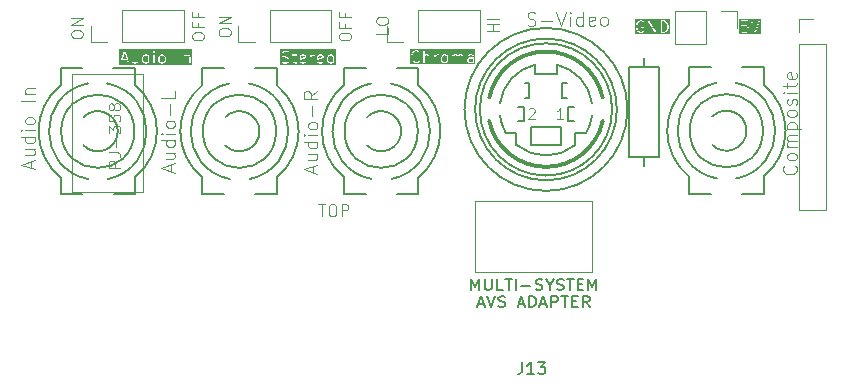
<source format=gbr>
%TF.GenerationSoftware,KiCad,Pcbnew,9.0.4*%
%TF.CreationDate,2025-10-08T09:42:31-04:00*%
%TF.ProjectId,C64-128AVS,4336342d-3132-4384-9156-532e6b696361,rev?*%
%TF.SameCoordinates,Original*%
%TF.FileFunction,Legend,Top*%
%TF.FilePolarity,Positive*%
%FSLAX46Y46*%
G04 Gerber Fmt 4.6, Leading zero omitted, Abs format (unit mm)*
G04 Created by KiCad (PCBNEW 9.0.4) date 2025-10-08 09:42:31*
%MOMM*%
%LPD*%
G01*
G04 APERTURE LIST*
%ADD10C,0.101600*%
%ADD11C,0.100000*%
%ADD12C,0.180000*%
%ADD13C,0.081280*%
%ADD14C,0.150000*%
%ADD15C,0.120000*%
%ADD16C,0.127000*%
%ADD17C,0.300000*%
G04 APERTURE END LIST*
D10*
X187065449Y-101013657D02*
X187121088Y-101069295D01*
X187121088Y-101069295D02*
X187176726Y-101236209D01*
X187176726Y-101236209D02*
X187176726Y-101347485D01*
X187176726Y-101347485D02*
X187121088Y-101514400D01*
X187121088Y-101514400D02*
X187009811Y-101625676D01*
X187009811Y-101625676D02*
X186898535Y-101681314D01*
X186898535Y-101681314D02*
X186675983Y-101736952D01*
X186675983Y-101736952D02*
X186509068Y-101736952D01*
X186509068Y-101736952D02*
X186286516Y-101681314D01*
X186286516Y-101681314D02*
X186175240Y-101625676D01*
X186175240Y-101625676D02*
X186063964Y-101514400D01*
X186063964Y-101514400D02*
X186008326Y-101347485D01*
X186008326Y-101347485D02*
X186008326Y-101236209D01*
X186008326Y-101236209D02*
X186063964Y-101069295D01*
X186063964Y-101069295D02*
X186119602Y-101013657D01*
X187176726Y-100346000D02*
X187121088Y-100457276D01*
X187121088Y-100457276D02*
X187065449Y-100512914D01*
X187065449Y-100512914D02*
X186954173Y-100568552D01*
X186954173Y-100568552D02*
X186620345Y-100568552D01*
X186620345Y-100568552D02*
X186509068Y-100512914D01*
X186509068Y-100512914D02*
X186453430Y-100457276D01*
X186453430Y-100457276D02*
X186397792Y-100346000D01*
X186397792Y-100346000D02*
X186397792Y-100179085D01*
X186397792Y-100179085D02*
X186453430Y-100067809D01*
X186453430Y-100067809D02*
X186509068Y-100012171D01*
X186509068Y-100012171D02*
X186620345Y-99956533D01*
X186620345Y-99956533D02*
X186954173Y-99956533D01*
X186954173Y-99956533D02*
X187065449Y-100012171D01*
X187065449Y-100012171D02*
X187121088Y-100067809D01*
X187121088Y-100067809D02*
X187176726Y-100179085D01*
X187176726Y-100179085D02*
X187176726Y-100346000D01*
X187176726Y-99455790D02*
X186397792Y-99455790D01*
X186509068Y-99455790D02*
X186453430Y-99400152D01*
X186453430Y-99400152D02*
X186397792Y-99288876D01*
X186397792Y-99288876D02*
X186397792Y-99121961D01*
X186397792Y-99121961D02*
X186453430Y-99010685D01*
X186453430Y-99010685D02*
X186564707Y-98955047D01*
X186564707Y-98955047D02*
X187176726Y-98955047D01*
X186564707Y-98955047D02*
X186453430Y-98899409D01*
X186453430Y-98899409D02*
X186397792Y-98788133D01*
X186397792Y-98788133D02*
X186397792Y-98621219D01*
X186397792Y-98621219D02*
X186453430Y-98509942D01*
X186453430Y-98509942D02*
X186564707Y-98454304D01*
X186564707Y-98454304D02*
X187176726Y-98454304D01*
X186397792Y-97897923D02*
X187566192Y-97897923D01*
X186453430Y-97897923D02*
X186397792Y-97786647D01*
X186397792Y-97786647D02*
X186397792Y-97564094D01*
X186397792Y-97564094D02*
X186453430Y-97452818D01*
X186453430Y-97452818D02*
X186509068Y-97397180D01*
X186509068Y-97397180D02*
X186620345Y-97341542D01*
X186620345Y-97341542D02*
X186954173Y-97341542D01*
X186954173Y-97341542D02*
X187065449Y-97397180D01*
X187065449Y-97397180D02*
X187121088Y-97452818D01*
X187121088Y-97452818D02*
X187176726Y-97564094D01*
X187176726Y-97564094D02*
X187176726Y-97786647D01*
X187176726Y-97786647D02*
X187121088Y-97897923D01*
X187176726Y-96673885D02*
X187121088Y-96785161D01*
X187121088Y-96785161D02*
X187065449Y-96840799D01*
X187065449Y-96840799D02*
X186954173Y-96896437D01*
X186954173Y-96896437D02*
X186620345Y-96896437D01*
X186620345Y-96896437D02*
X186509068Y-96840799D01*
X186509068Y-96840799D02*
X186453430Y-96785161D01*
X186453430Y-96785161D02*
X186397792Y-96673885D01*
X186397792Y-96673885D02*
X186397792Y-96506970D01*
X186397792Y-96506970D02*
X186453430Y-96395694D01*
X186453430Y-96395694D02*
X186509068Y-96340056D01*
X186509068Y-96340056D02*
X186620345Y-96284418D01*
X186620345Y-96284418D02*
X186954173Y-96284418D01*
X186954173Y-96284418D02*
X187065449Y-96340056D01*
X187065449Y-96340056D02*
X187121088Y-96395694D01*
X187121088Y-96395694D02*
X187176726Y-96506970D01*
X187176726Y-96506970D02*
X187176726Y-96673885D01*
X187121088Y-95839313D02*
X187176726Y-95728037D01*
X187176726Y-95728037D02*
X187176726Y-95505485D01*
X187176726Y-95505485D02*
X187121088Y-95394208D01*
X187121088Y-95394208D02*
X187009811Y-95338570D01*
X187009811Y-95338570D02*
X186954173Y-95338570D01*
X186954173Y-95338570D02*
X186842897Y-95394208D01*
X186842897Y-95394208D02*
X186787259Y-95505485D01*
X186787259Y-95505485D02*
X186787259Y-95672399D01*
X186787259Y-95672399D02*
X186731621Y-95783675D01*
X186731621Y-95783675D02*
X186620345Y-95839313D01*
X186620345Y-95839313D02*
X186564707Y-95839313D01*
X186564707Y-95839313D02*
X186453430Y-95783675D01*
X186453430Y-95783675D02*
X186397792Y-95672399D01*
X186397792Y-95672399D02*
X186397792Y-95505485D01*
X186397792Y-95505485D02*
X186453430Y-95394208D01*
X187176726Y-94837827D02*
X186397792Y-94837827D01*
X186008326Y-94837827D02*
X186063964Y-94893465D01*
X186063964Y-94893465D02*
X186119602Y-94837827D01*
X186119602Y-94837827D02*
X186063964Y-94782189D01*
X186063964Y-94782189D02*
X186008326Y-94837827D01*
X186008326Y-94837827D02*
X186119602Y-94837827D01*
X186397792Y-94448360D02*
X186397792Y-94003256D01*
X186008326Y-94281446D02*
X187009811Y-94281446D01*
X187009811Y-94281446D02*
X187121088Y-94225808D01*
X187121088Y-94225808D02*
X187176726Y-94114532D01*
X187176726Y-94114532D02*
X187176726Y-94003256D01*
X187121088Y-93168684D02*
X187176726Y-93279960D01*
X187176726Y-93279960D02*
X187176726Y-93502513D01*
X187176726Y-93502513D02*
X187121088Y-93613789D01*
X187121088Y-93613789D02*
X187009811Y-93669427D01*
X187009811Y-93669427D02*
X186564707Y-93669427D01*
X186564707Y-93669427D02*
X186453430Y-93613789D01*
X186453430Y-93613789D02*
X186397792Y-93502513D01*
X186397792Y-93502513D02*
X186397792Y-93279960D01*
X186397792Y-93279960D02*
X186453430Y-93168684D01*
X186453430Y-93168684D02*
X186564707Y-93113046D01*
X186564707Y-93113046D02*
X186675983Y-93113046D01*
X186675983Y-93113046D02*
X186787259Y-93669427D01*
D11*
X135982419Y-90157180D02*
X135982419Y-89966704D01*
X135982419Y-89966704D02*
X136030038Y-89871466D01*
X136030038Y-89871466D02*
X136125276Y-89776228D01*
X136125276Y-89776228D02*
X136315752Y-89728609D01*
X136315752Y-89728609D02*
X136649085Y-89728609D01*
X136649085Y-89728609D02*
X136839561Y-89776228D01*
X136839561Y-89776228D02*
X136934800Y-89871466D01*
X136934800Y-89871466D02*
X136982419Y-89966704D01*
X136982419Y-89966704D02*
X136982419Y-90157180D01*
X136982419Y-90157180D02*
X136934800Y-90252418D01*
X136934800Y-90252418D02*
X136839561Y-90347656D01*
X136839561Y-90347656D02*
X136649085Y-90395275D01*
X136649085Y-90395275D02*
X136315752Y-90395275D01*
X136315752Y-90395275D02*
X136125276Y-90347656D01*
X136125276Y-90347656D02*
X136030038Y-90252418D01*
X136030038Y-90252418D02*
X135982419Y-90157180D01*
X136458609Y-88966704D02*
X136458609Y-89300037D01*
X136982419Y-89300037D02*
X135982419Y-89300037D01*
X135982419Y-89300037D02*
X135982419Y-88823847D01*
X136458609Y-88109561D02*
X136458609Y-88442894D01*
X136982419Y-88442894D02*
X135982419Y-88442894D01*
X135982419Y-88442894D02*
X135982419Y-87966704D01*
G36*
X176065446Y-88823739D02*
G01*
X176146599Y-88904892D01*
X176188136Y-88987966D01*
X176232931Y-89167145D01*
X176232931Y-89297692D01*
X176188136Y-89476870D01*
X176146599Y-89559944D01*
X176065445Y-89641098D01*
X175941485Y-89682419D01*
X175761503Y-89682419D01*
X175761503Y-88782419D01*
X175941485Y-88782419D01*
X176065446Y-88823739D01*
G37*
G36*
X176444042Y-89893530D02*
G01*
X173455154Y-89893530D01*
X173455154Y-89160990D01*
X173566265Y-89160990D01*
X173566265Y-89303847D01*
X173567460Y-89309856D01*
X173567758Y-89315974D01*
X173615377Y-89506450D01*
X173617716Y-89511402D01*
X173619163Y-89516684D01*
X173666781Y-89611921D01*
X173671692Y-89618249D01*
X173676147Y-89624916D01*
X173771386Y-89720155D01*
X173773467Y-89721545D01*
X173773981Y-89722573D01*
X173780946Y-89726543D01*
X173787607Y-89730994D01*
X173788755Y-89730994D01*
X173790930Y-89732234D01*
X173933786Y-89779853D01*
X173941736Y-89780855D01*
X173949598Y-89782419D01*
X174044836Y-89782419D01*
X174052698Y-89780855D01*
X174060647Y-89779853D01*
X174203504Y-89732234D01*
X174205679Y-89730994D01*
X174206828Y-89730994D01*
X174213498Y-89726536D01*
X174220452Y-89722573D01*
X174220964Y-89721547D01*
X174223049Y-89720155D01*
X174270668Y-89672535D01*
X174281506Y-89656314D01*
X174285312Y-89637180D01*
X174285312Y-89303847D01*
X174281506Y-89284713D01*
X174254446Y-89257653D01*
X174235312Y-89253847D01*
X174044836Y-89253847D01*
X174025702Y-89257653D01*
X173998642Y-89284713D01*
X173998642Y-89322981D01*
X174025702Y-89350041D01*
X174044836Y-89353847D01*
X174185312Y-89353847D01*
X174185312Y-89616469D01*
X174160683Y-89641098D01*
X174036723Y-89682419D01*
X173957711Y-89682419D01*
X173833751Y-89641099D01*
X173752595Y-89559942D01*
X173711060Y-89476872D01*
X173666265Y-89297692D01*
X173666265Y-89167145D01*
X173711060Y-88987965D01*
X173752596Y-88904893D01*
X173833749Y-88823739D01*
X173957711Y-88782419D01*
X174080652Y-88782419D01*
X174165332Y-88824759D01*
X174184148Y-88829912D01*
X174220453Y-88817810D01*
X174237567Y-88783582D01*
X174225465Y-88747278D01*
X174210053Y-88735316D01*
X174204259Y-88732419D01*
X174613884Y-88732419D01*
X174613884Y-89732419D01*
X174617690Y-89751553D01*
X174644750Y-89778613D01*
X174683018Y-89778613D01*
X174710078Y-89751553D01*
X174713884Y-89732419D01*
X174713884Y-88920697D01*
X175191900Y-89757226D01*
X175204698Y-89771951D01*
X175211322Y-89773757D01*
X175216178Y-89778613D01*
X175229126Y-89778613D01*
X175241618Y-89782020D01*
X175247580Y-89778613D01*
X175254446Y-89778613D01*
X175263599Y-89769459D01*
X175274844Y-89763034D01*
X175276651Y-89756407D01*
X175281506Y-89751553D01*
X175285312Y-89732419D01*
X175285312Y-88732419D01*
X175661503Y-88732419D01*
X175661503Y-89732419D01*
X175665309Y-89751553D01*
X175692369Y-89778613D01*
X175711503Y-89782419D01*
X175949598Y-89782419D01*
X175957460Y-89780855D01*
X175965409Y-89779853D01*
X176108266Y-89732234D01*
X176110441Y-89730994D01*
X176111590Y-89730994D01*
X176118260Y-89726536D01*
X176125214Y-89722573D01*
X176125726Y-89721547D01*
X176127811Y-89720155D01*
X176223049Y-89624916D01*
X176227502Y-89618250D01*
X176232414Y-89611922D01*
X176280033Y-89516684D01*
X176281479Y-89511402D01*
X176283819Y-89506450D01*
X176331438Y-89315974D01*
X176331735Y-89309856D01*
X176332931Y-89303847D01*
X176332931Y-89160990D01*
X176331735Y-89154980D01*
X176331438Y-89148863D01*
X176283819Y-88958387D01*
X176281479Y-88953434D01*
X176280033Y-88948153D01*
X176232414Y-88852915D01*
X176227498Y-88846580D01*
X176223048Y-88839921D01*
X176127810Y-88744683D01*
X176125727Y-88743291D01*
X176125214Y-88742265D01*
X176118253Y-88738297D01*
X176111589Y-88733844D01*
X176110441Y-88733844D01*
X176108266Y-88732604D01*
X175965409Y-88684985D01*
X175957460Y-88683982D01*
X175949598Y-88682419D01*
X175711503Y-88682419D01*
X175692369Y-88686225D01*
X175665309Y-88713285D01*
X175661503Y-88732419D01*
X175285312Y-88732419D01*
X175281506Y-88713285D01*
X175254446Y-88686225D01*
X175216178Y-88686225D01*
X175189118Y-88713285D01*
X175185312Y-88732419D01*
X175185312Y-89544140D01*
X174707296Y-88707612D01*
X174694499Y-88692887D01*
X174687872Y-88691079D01*
X174683018Y-88686225D01*
X174670071Y-88686225D01*
X174657578Y-88682818D01*
X174651616Y-88686225D01*
X174644750Y-88686225D01*
X174635596Y-88695378D01*
X174624352Y-88701804D01*
X174622544Y-88708430D01*
X174617690Y-88713285D01*
X174613884Y-88732419D01*
X174204259Y-88732419D01*
X174114816Y-88687698D01*
X174112400Y-88687036D01*
X174111589Y-88686225D01*
X174103727Y-88684661D01*
X174096000Y-88682545D01*
X174094911Y-88682907D01*
X174092455Y-88682419D01*
X173949598Y-88682419D01*
X173941736Y-88683982D01*
X173933786Y-88684985D01*
X173790930Y-88732604D01*
X173788755Y-88733844D01*
X173787607Y-88733844D01*
X173780946Y-88738294D01*
X173773981Y-88742265D01*
X173773467Y-88743292D01*
X173771386Y-88744683D01*
X173676148Y-88839921D01*
X173671696Y-88846582D01*
X173666781Y-88852916D01*
X173619163Y-88948153D01*
X173617716Y-88953434D01*
X173615377Y-88958387D01*
X173567758Y-89148863D01*
X173567460Y-89154980D01*
X173566265Y-89160990D01*
X173455154Y-89160990D01*
X173455154Y-88571308D01*
X176444042Y-88571308D01*
X176444042Y-89893530D01*
G37*
X161994919Y-89621115D02*
X160994919Y-89621115D01*
X161471109Y-89621115D02*
X161471109Y-89049687D01*
X161994919Y-89049687D02*
X160994919Y-89049687D01*
X161994919Y-88573496D02*
X160994919Y-88573496D01*
X129922419Y-101171115D02*
X128922419Y-101171115D01*
X128922419Y-101171115D02*
X128922419Y-100790163D01*
X128922419Y-100790163D02*
X128970038Y-100694925D01*
X128970038Y-100694925D02*
X129017657Y-100647306D01*
X129017657Y-100647306D02*
X129112895Y-100599687D01*
X129112895Y-100599687D02*
X129255752Y-100599687D01*
X129255752Y-100599687D02*
X129350990Y-100647306D01*
X129350990Y-100647306D02*
X129398609Y-100694925D01*
X129398609Y-100694925D02*
X129446228Y-100790163D01*
X129446228Y-100790163D02*
X129446228Y-101171115D01*
X128922419Y-99885401D02*
X129636704Y-99885401D01*
X129636704Y-99885401D02*
X129779561Y-99933020D01*
X129779561Y-99933020D02*
X129874800Y-100028258D01*
X129874800Y-100028258D02*
X129922419Y-100171115D01*
X129922419Y-100171115D02*
X129922419Y-100266353D01*
X129541466Y-99409210D02*
X129541466Y-98647306D01*
X128922419Y-98266353D02*
X128922419Y-97647306D01*
X128922419Y-97647306D02*
X129303371Y-97980639D01*
X129303371Y-97980639D02*
X129303371Y-97837782D01*
X129303371Y-97837782D02*
X129350990Y-97742544D01*
X129350990Y-97742544D02*
X129398609Y-97694925D01*
X129398609Y-97694925D02*
X129493847Y-97647306D01*
X129493847Y-97647306D02*
X129731942Y-97647306D01*
X129731942Y-97647306D02*
X129827180Y-97694925D01*
X129827180Y-97694925D02*
X129874800Y-97742544D01*
X129874800Y-97742544D02*
X129922419Y-97837782D01*
X129922419Y-97837782D02*
X129922419Y-98123496D01*
X129922419Y-98123496D02*
X129874800Y-98218734D01*
X129874800Y-98218734D02*
X129827180Y-98266353D01*
X128922419Y-96742544D02*
X128922419Y-97218734D01*
X128922419Y-97218734D02*
X129398609Y-97266353D01*
X129398609Y-97266353D02*
X129350990Y-97218734D01*
X129350990Y-97218734D02*
X129303371Y-97123496D01*
X129303371Y-97123496D02*
X129303371Y-96885401D01*
X129303371Y-96885401D02*
X129350990Y-96790163D01*
X129350990Y-96790163D02*
X129398609Y-96742544D01*
X129398609Y-96742544D02*
X129493847Y-96694925D01*
X129493847Y-96694925D02*
X129731942Y-96694925D01*
X129731942Y-96694925D02*
X129827180Y-96742544D01*
X129827180Y-96742544D02*
X129874800Y-96790163D01*
X129874800Y-96790163D02*
X129922419Y-96885401D01*
X129922419Y-96885401D02*
X129922419Y-97123496D01*
X129922419Y-97123496D02*
X129874800Y-97218734D01*
X129874800Y-97218734D02*
X129827180Y-97266353D01*
X129350990Y-96123496D02*
X129303371Y-96218734D01*
X129303371Y-96218734D02*
X129255752Y-96266353D01*
X129255752Y-96266353D02*
X129160514Y-96313972D01*
X129160514Y-96313972D02*
X129112895Y-96313972D01*
X129112895Y-96313972D02*
X129017657Y-96266353D01*
X129017657Y-96266353D02*
X128970038Y-96218734D01*
X128970038Y-96218734D02*
X128922419Y-96123496D01*
X128922419Y-96123496D02*
X128922419Y-95933020D01*
X128922419Y-95933020D02*
X128970038Y-95837782D01*
X128970038Y-95837782D02*
X129017657Y-95790163D01*
X129017657Y-95790163D02*
X129112895Y-95742544D01*
X129112895Y-95742544D02*
X129160514Y-95742544D01*
X129160514Y-95742544D02*
X129255752Y-95790163D01*
X129255752Y-95790163D02*
X129303371Y-95837782D01*
X129303371Y-95837782D02*
X129350990Y-95933020D01*
X129350990Y-95933020D02*
X129350990Y-96123496D01*
X129350990Y-96123496D02*
X129398609Y-96218734D01*
X129398609Y-96218734D02*
X129446228Y-96266353D01*
X129446228Y-96266353D02*
X129541466Y-96313972D01*
X129541466Y-96313972D02*
X129731942Y-96313972D01*
X129731942Y-96313972D02*
X129827180Y-96266353D01*
X129827180Y-96266353D02*
X129874800Y-96218734D01*
X129874800Y-96218734D02*
X129922419Y-96123496D01*
X129922419Y-96123496D02*
X129922419Y-95933020D01*
X129922419Y-95933020D02*
X129874800Y-95837782D01*
X129874800Y-95837782D02*
X129827180Y-95790163D01*
X129827180Y-95790163D02*
X129731942Y-95742544D01*
X129731942Y-95742544D02*
X129541466Y-95742544D01*
X129541466Y-95742544D02*
X129446228Y-95790163D01*
X129446228Y-95790163D02*
X129398609Y-95837782D01*
X129398609Y-95837782D02*
X129350990Y-95933020D01*
X146690476Y-104282419D02*
X147261904Y-104282419D01*
X146976190Y-105282419D02*
X146976190Y-104282419D01*
X147785714Y-104282419D02*
X147976190Y-104282419D01*
X147976190Y-104282419D02*
X148071428Y-104330038D01*
X148071428Y-104330038D02*
X148166666Y-104425276D01*
X148166666Y-104425276D02*
X148214285Y-104615752D01*
X148214285Y-104615752D02*
X148214285Y-104949085D01*
X148214285Y-104949085D02*
X148166666Y-105139561D01*
X148166666Y-105139561D02*
X148071428Y-105234800D01*
X148071428Y-105234800D02*
X147976190Y-105282419D01*
X147976190Y-105282419D02*
X147785714Y-105282419D01*
X147785714Y-105282419D02*
X147690476Y-105234800D01*
X147690476Y-105234800D02*
X147595238Y-105139561D01*
X147595238Y-105139561D02*
X147547619Y-104949085D01*
X147547619Y-104949085D02*
X147547619Y-104615752D01*
X147547619Y-104615752D02*
X147595238Y-104425276D01*
X147595238Y-104425276D02*
X147690476Y-104330038D01*
X147690476Y-104330038D02*
X147785714Y-104282419D01*
X148642857Y-105282419D02*
X148642857Y-104282419D01*
X148642857Y-104282419D02*
X149023809Y-104282419D01*
X149023809Y-104282419D02*
X149119047Y-104330038D01*
X149119047Y-104330038D02*
X149166666Y-104377657D01*
X149166666Y-104377657D02*
X149214285Y-104472895D01*
X149214285Y-104472895D02*
X149214285Y-104615752D01*
X149214285Y-104615752D02*
X149166666Y-104710990D01*
X149166666Y-104710990D02*
X149119047Y-104758609D01*
X149119047Y-104758609D02*
X149023809Y-104806228D01*
X149023809Y-104806228D02*
X148642857Y-104806228D01*
G36*
X132233333Y-91729272D02*
G01*
X132233333Y-92238898D01*
X132176292Y-92267419D01*
X132009423Y-92267419D01*
X131932000Y-92228708D01*
X131895854Y-92192561D01*
X131857143Y-92115139D01*
X131857143Y-91853031D01*
X131895854Y-91775607D01*
X131931999Y-91739463D01*
X132009423Y-91700752D01*
X132176292Y-91700752D01*
X132233333Y-91729272D01*
G37*
G36*
X133587048Y-91739463D02*
G01*
X133623192Y-91775608D01*
X133661904Y-91853031D01*
X133661904Y-92115138D01*
X133623192Y-92192561D01*
X133587046Y-92228708D01*
X133509625Y-92267419D01*
X133390375Y-92267419D01*
X133312952Y-92228708D01*
X133276806Y-92192561D01*
X133238095Y-92115139D01*
X133238095Y-91853031D01*
X133276806Y-91775607D01*
X133312951Y-91739463D01*
X133390375Y-91700752D01*
X133509625Y-91700752D01*
X133587048Y-91739463D01*
G37*
G36*
X130452057Y-91981704D02*
G01*
X130114609Y-91981704D01*
X130283333Y-91475532D01*
X130452057Y-91981704D01*
G37*
G36*
X135968253Y-92478530D02*
G01*
X129789015Y-92478530D01*
X129789015Y-92320963D01*
X129900126Y-92320963D01*
X129917240Y-92355192D01*
X129953544Y-92367293D01*
X129987773Y-92350179D01*
X129997434Y-92333230D01*
X130081276Y-92081704D01*
X130485390Y-92081704D01*
X130569232Y-92333230D01*
X130578893Y-92350178D01*
X130613122Y-92367293D01*
X130649426Y-92355191D01*
X130666540Y-92320963D01*
X130664100Y-92301607D01*
X130447148Y-91650752D01*
X130900000Y-91650752D01*
X130900000Y-92174561D01*
X130900488Y-92177017D01*
X130900126Y-92178105D01*
X130902241Y-92185829D01*
X130903806Y-92193695D01*
X130904617Y-92194506D01*
X130905279Y-92196921D01*
X130952897Y-92292160D01*
X130959000Y-92300024D01*
X130959846Y-92302560D01*
X130962669Y-92304751D01*
X130964859Y-92307572D01*
X130967392Y-92308416D01*
X130975258Y-92314521D01*
X131070496Y-92362140D01*
X131072911Y-92362801D01*
X131073723Y-92363613D01*
X131081584Y-92365176D01*
X131089312Y-92367293D01*
X131090400Y-92366930D01*
X131092857Y-92367419D01*
X131235714Y-92367419D01*
X131238170Y-92366930D01*
X131239259Y-92367293D01*
X131246986Y-92365176D01*
X131254848Y-92363613D01*
X131255659Y-92362801D01*
X131258075Y-92362140D01*
X131330284Y-92326035D01*
X131332377Y-92336553D01*
X131359437Y-92363613D01*
X131397705Y-92363613D01*
X131424765Y-92336553D01*
X131428571Y-92317419D01*
X131428571Y-91841228D01*
X131757143Y-91841228D01*
X131757143Y-92126942D01*
X131757631Y-92129398D01*
X131757269Y-92130487D01*
X131759385Y-92138214D01*
X131760949Y-92146076D01*
X131761760Y-92146887D01*
X131762422Y-92149303D01*
X131810040Y-92244540D01*
X131814951Y-92250868D01*
X131819406Y-92257535D01*
X131867025Y-92305155D01*
X131873691Y-92309609D01*
X131880020Y-92314521D01*
X131975258Y-92362140D01*
X131977673Y-92362801D01*
X131978485Y-92363613D01*
X131986346Y-92365176D01*
X131994074Y-92367293D01*
X131995162Y-92366930D01*
X131997619Y-92367419D01*
X132188095Y-92367419D01*
X132190551Y-92366930D01*
X132191640Y-92367293D01*
X132199367Y-92365176D01*
X132207229Y-92363613D01*
X132208040Y-92362801D01*
X132210456Y-92362140D01*
X132245302Y-92344716D01*
X132264199Y-92363613D01*
X132302467Y-92363613D01*
X132329527Y-92336553D01*
X132333333Y-92317419D01*
X132333333Y-91650752D01*
X132709524Y-91650752D01*
X132709524Y-92317419D01*
X132713330Y-92336553D01*
X132740390Y-92363613D01*
X132778658Y-92363613D01*
X132805718Y-92336553D01*
X132809524Y-92317419D01*
X132809524Y-91841228D01*
X133138095Y-91841228D01*
X133138095Y-92126942D01*
X133138583Y-92129398D01*
X133138221Y-92130487D01*
X133140337Y-92138214D01*
X133141901Y-92146076D01*
X133142712Y-92146887D01*
X133143374Y-92149303D01*
X133190992Y-92244540D01*
X133195903Y-92250868D01*
X133200358Y-92257535D01*
X133247977Y-92305155D01*
X133254643Y-92309609D01*
X133260972Y-92314521D01*
X133356210Y-92362140D01*
X133358625Y-92362801D01*
X133359437Y-92363613D01*
X133367298Y-92365176D01*
X133375026Y-92367293D01*
X133376114Y-92366930D01*
X133378571Y-92367419D01*
X133521428Y-92367419D01*
X133523884Y-92366930D01*
X133524973Y-92367293D01*
X133532700Y-92365176D01*
X133540562Y-92363613D01*
X133541373Y-92362801D01*
X133543789Y-92362140D01*
X133639026Y-92314522D01*
X133645353Y-92309611D01*
X133652022Y-92305155D01*
X133699641Y-92257535D01*
X133704094Y-92250869D01*
X133709006Y-92244541D01*
X133756625Y-92149303D01*
X133757286Y-92146887D01*
X133758098Y-92146076D01*
X133759661Y-92138214D01*
X133761778Y-92130487D01*
X133761415Y-92129398D01*
X133761904Y-92126942D01*
X133761904Y-91841228D01*
X133761415Y-91838771D01*
X133761778Y-91837683D01*
X133759661Y-91829955D01*
X133758098Y-91822094D01*
X133757286Y-91821282D01*
X133756625Y-91818867D01*
X133709006Y-91723629D01*
X133704094Y-91717300D01*
X133699640Y-91710634D01*
X133652021Y-91663016D01*
X133645359Y-91658564D01*
X133639026Y-91653649D01*
X133543789Y-91606031D01*
X133541373Y-91605369D01*
X133540562Y-91604558D01*
X133532700Y-91602994D01*
X133524973Y-91600878D01*
X133523884Y-91601240D01*
X133521428Y-91600752D01*
X133378571Y-91600752D01*
X133376114Y-91601240D01*
X133375026Y-91600878D01*
X133367298Y-91602994D01*
X133359437Y-91604558D01*
X133358625Y-91605369D01*
X133356210Y-91606031D01*
X133260972Y-91653650D01*
X133254643Y-91658561D01*
X133247977Y-91663016D01*
X133200359Y-91710635D01*
X133195907Y-91717296D01*
X133190992Y-91723630D01*
X133143374Y-91818867D01*
X133142712Y-91821282D01*
X133141901Y-91822094D01*
X133140337Y-91829955D01*
X133138221Y-91837683D01*
X133138583Y-91838771D01*
X133138095Y-91841228D01*
X132809524Y-91841228D01*
X132809524Y-91650752D01*
X132805718Y-91631618D01*
X132778658Y-91604558D01*
X132740390Y-91604558D01*
X132713330Y-91631618D01*
X132709524Y-91650752D01*
X132333333Y-91650752D01*
X132333333Y-91345904D01*
X132665711Y-91345904D01*
X132665711Y-91384172D01*
X132676550Y-91400393D01*
X132724168Y-91448012D01*
X132740389Y-91458851D01*
X132740390Y-91458851D01*
X132778658Y-91458851D01*
X132794879Y-91448012D01*
X132842498Y-91400394D01*
X132853337Y-91384173D01*
X132853337Y-91345904D01*
X132853337Y-91345903D01*
X132842498Y-91329682D01*
X132830235Y-91317419D01*
X134852381Y-91317419D01*
X134852381Y-92317419D01*
X134856187Y-92336553D01*
X134883247Y-92363613D01*
X134921515Y-92363613D01*
X134948575Y-92336553D01*
X134952381Y-92317419D01*
X134952381Y-91650752D01*
X135328571Y-91650752D01*
X135328571Y-92317419D01*
X135332377Y-92336553D01*
X135359437Y-92363613D01*
X135397705Y-92363613D01*
X135424765Y-92336553D01*
X135428571Y-92317419D01*
X135428571Y-91766700D01*
X135455808Y-91739463D01*
X135533232Y-91700752D01*
X135652482Y-91700752D01*
X135722255Y-91735638D01*
X135757142Y-91805412D01*
X135757142Y-92317419D01*
X135760948Y-92336553D01*
X135788008Y-92363613D01*
X135826276Y-92363613D01*
X135853336Y-92336553D01*
X135857142Y-92317419D01*
X135857142Y-91793609D01*
X135856653Y-91791152D01*
X135857016Y-91790064D01*
X135854899Y-91782336D01*
X135853336Y-91774475D01*
X135852524Y-91773663D01*
X135851863Y-91771248D01*
X135804244Y-91676010D01*
X135798139Y-91668144D01*
X135797295Y-91665611D01*
X135794474Y-91663421D01*
X135792283Y-91660598D01*
X135789747Y-91659752D01*
X135781883Y-91653649D01*
X135686646Y-91606031D01*
X135684230Y-91605369D01*
X135683419Y-91604558D01*
X135675557Y-91602994D01*
X135667830Y-91600878D01*
X135666741Y-91601240D01*
X135664285Y-91600752D01*
X135521428Y-91600752D01*
X135518971Y-91601240D01*
X135517883Y-91600878D01*
X135510155Y-91602994D01*
X135502294Y-91604558D01*
X135501482Y-91605369D01*
X135499067Y-91606031D01*
X135426857Y-91642135D01*
X135424765Y-91631618D01*
X135397705Y-91604558D01*
X135359437Y-91604558D01*
X135332377Y-91631618D01*
X135328571Y-91650752D01*
X134952381Y-91650752D01*
X134952381Y-91317419D01*
X134948575Y-91298285D01*
X134921515Y-91271225D01*
X134883247Y-91271225D01*
X134856187Y-91298285D01*
X134852381Y-91317419D01*
X132830235Y-91317419D01*
X132794879Y-91282064D01*
X132778658Y-91271225D01*
X132740389Y-91271225D01*
X132724168Y-91282064D01*
X132676550Y-91329683D01*
X132665712Y-91345903D01*
X132665711Y-91345904D01*
X132333333Y-91345904D01*
X132333333Y-91317419D01*
X132329527Y-91298285D01*
X132302467Y-91271225D01*
X132264199Y-91271225D01*
X132237139Y-91298285D01*
X132233333Y-91317419D01*
X132233333Y-91617469D01*
X132210456Y-91606031D01*
X132208040Y-91605369D01*
X132207229Y-91604558D01*
X132199367Y-91602994D01*
X132191640Y-91600878D01*
X132190551Y-91601240D01*
X132188095Y-91600752D01*
X131997619Y-91600752D01*
X131995162Y-91601240D01*
X131994074Y-91600878D01*
X131986346Y-91602994D01*
X131978485Y-91604558D01*
X131977673Y-91605369D01*
X131975258Y-91606031D01*
X131880020Y-91653650D01*
X131873691Y-91658561D01*
X131867025Y-91663016D01*
X131819407Y-91710635D01*
X131814955Y-91717296D01*
X131810040Y-91723630D01*
X131762422Y-91818867D01*
X131761760Y-91821282D01*
X131760949Y-91822094D01*
X131759385Y-91829955D01*
X131757269Y-91837683D01*
X131757631Y-91838771D01*
X131757143Y-91841228D01*
X131428571Y-91841228D01*
X131428571Y-91650752D01*
X131424765Y-91631618D01*
X131397705Y-91604558D01*
X131359437Y-91604558D01*
X131332377Y-91631618D01*
X131328571Y-91650752D01*
X131328571Y-92201469D01*
X131301332Y-92228708D01*
X131223911Y-92267419D01*
X131104661Y-92267419D01*
X131034886Y-92232532D01*
X131000000Y-92162759D01*
X131000000Y-91650752D01*
X130996194Y-91631618D01*
X130969134Y-91604558D01*
X130930866Y-91604558D01*
X130903806Y-91631618D01*
X130900000Y-91650752D01*
X130447148Y-91650752D01*
X130330767Y-91301608D01*
X130321106Y-91284659D01*
X130317763Y-91282987D01*
X130316093Y-91279647D01*
X130301056Y-91274634D01*
X130286877Y-91267545D01*
X130283332Y-91268726D01*
X130279789Y-91267545D01*
X130265615Y-91274632D01*
X130250573Y-91279646D01*
X130248901Y-91282989D01*
X130245560Y-91284660D01*
X130235899Y-91301608D01*
X129902566Y-92301608D01*
X129900126Y-92320963D01*
X129789015Y-92320963D01*
X129789015Y-91156434D01*
X135968253Y-91156434D01*
X135968253Y-92478530D01*
G37*
X152582419Y-89369925D02*
X152582419Y-89846115D01*
X152582419Y-89846115D02*
X151582419Y-89846115D01*
X151582419Y-88846115D02*
X151582419Y-88655639D01*
X151582419Y-88655639D02*
X151630038Y-88560401D01*
X151630038Y-88560401D02*
X151725276Y-88465163D01*
X151725276Y-88465163D02*
X151915752Y-88417544D01*
X151915752Y-88417544D02*
X152249085Y-88417544D01*
X152249085Y-88417544D02*
X152439561Y-88465163D01*
X152439561Y-88465163D02*
X152534800Y-88560401D01*
X152534800Y-88560401D02*
X152582419Y-88655639D01*
X152582419Y-88655639D02*
X152582419Y-88846115D01*
X152582419Y-88846115D02*
X152534800Y-88941353D01*
X152534800Y-88941353D02*
X152439561Y-89036591D01*
X152439561Y-89036591D02*
X152249085Y-89084210D01*
X152249085Y-89084210D02*
X151915752Y-89084210D01*
X151915752Y-89084210D02*
X151725276Y-89036591D01*
X151725276Y-89036591D02*
X151630038Y-88941353D01*
X151630038Y-88941353D02*
X151582419Y-88846115D01*
D12*
X159636486Y-111512347D02*
X159636486Y-110612347D01*
X159636486Y-110612347D02*
X159969819Y-111255204D01*
X159969819Y-111255204D02*
X160303152Y-110612347D01*
X160303152Y-110612347D02*
X160303152Y-111512347D01*
X160779343Y-110612347D02*
X160779343Y-111340918D01*
X160779343Y-111340918D02*
X160826962Y-111426632D01*
X160826962Y-111426632D02*
X160874581Y-111469490D01*
X160874581Y-111469490D02*
X160969819Y-111512347D01*
X160969819Y-111512347D02*
X161160295Y-111512347D01*
X161160295Y-111512347D02*
X161255533Y-111469490D01*
X161255533Y-111469490D02*
X161303152Y-111426632D01*
X161303152Y-111426632D02*
X161350771Y-111340918D01*
X161350771Y-111340918D02*
X161350771Y-110612347D01*
X162303152Y-111512347D02*
X161826962Y-111512347D01*
X161826962Y-111512347D02*
X161826962Y-110612347D01*
X162493629Y-110612347D02*
X163065057Y-110612347D01*
X162779343Y-111512347D02*
X162779343Y-110612347D01*
X163398391Y-111512347D02*
X163398391Y-110612347D01*
X163874581Y-111169490D02*
X164636486Y-111169490D01*
X165065057Y-111469490D02*
X165207914Y-111512347D01*
X165207914Y-111512347D02*
X165446009Y-111512347D01*
X165446009Y-111512347D02*
X165541247Y-111469490D01*
X165541247Y-111469490D02*
X165588866Y-111426632D01*
X165588866Y-111426632D02*
X165636485Y-111340918D01*
X165636485Y-111340918D02*
X165636485Y-111255204D01*
X165636485Y-111255204D02*
X165588866Y-111169490D01*
X165588866Y-111169490D02*
X165541247Y-111126632D01*
X165541247Y-111126632D02*
X165446009Y-111083775D01*
X165446009Y-111083775D02*
X165255533Y-111040918D01*
X165255533Y-111040918D02*
X165160295Y-110998061D01*
X165160295Y-110998061D02*
X165112676Y-110955204D01*
X165112676Y-110955204D02*
X165065057Y-110869490D01*
X165065057Y-110869490D02*
X165065057Y-110783775D01*
X165065057Y-110783775D02*
X165112676Y-110698061D01*
X165112676Y-110698061D02*
X165160295Y-110655204D01*
X165160295Y-110655204D02*
X165255533Y-110612347D01*
X165255533Y-110612347D02*
X165493628Y-110612347D01*
X165493628Y-110612347D02*
X165636485Y-110655204D01*
X166255533Y-111083775D02*
X166255533Y-111512347D01*
X165922200Y-110612347D02*
X166255533Y-111083775D01*
X166255533Y-111083775D02*
X166588866Y-110612347D01*
X166874581Y-111469490D02*
X167017438Y-111512347D01*
X167017438Y-111512347D02*
X167255533Y-111512347D01*
X167255533Y-111512347D02*
X167350771Y-111469490D01*
X167350771Y-111469490D02*
X167398390Y-111426632D01*
X167398390Y-111426632D02*
X167446009Y-111340918D01*
X167446009Y-111340918D02*
X167446009Y-111255204D01*
X167446009Y-111255204D02*
X167398390Y-111169490D01*
X167398390Y-111169490D02*
X167350771Y-111126632D01*
X167350771Y-111126632D02*
X167255533Y-111083775D01*
X167255533Y-111083775D02*
X167065057Y-111040918D01*
X167065057Y-111040918D02*
X166969819Y-110998061D01*
X166969819Y-110998061D02*
X166922200Y-110955204D01*
X166922200Y-110955204D02*
X166874581Y-110869490D01*
X166874581Y-110869490D02*
X166874581Y-110783775D01*
X166874581Y-110783775D02*
X166922200Y-110698061D01*
X166922200Y-110698061D02*
X166969819Y-110655204D01*
X166969819Y-110655204D02*
X167065057Y-110612347D01*
X167065057Y-110612347D02*
X167303152Y-110612347D01*
X167303152Y-110612347D02*
X167446009Y-110655204D01*
X167731724Y-110612347D02*
X168303152Y-110612347D01*
X168017438Y-111512347D02*
X168017438Y-110612347D01*
X168636486Y-111040918D02*
X168969819Y-111040918D01*
X169112676Y-111512347D02*
X168636486Y-111512347D01*
X168636486Y-111512347D02*
X168636486Y-110612347D01*
X168636486Y-110612347D02*
X169112676Y-110612347D01*
X169541248Y-111512347D02*
X169541248Y-110612347D01*
X169541248Y-110612347D02*
X169874581Y-111255204D01*
X169874581Y-111255204D02*
X170207914Y-110612347D01*
X170207914Y-110612347D02*
X170207914Y-111512347D01*
X160207914Y-112704154D02*
X160684104Y-112704154D01*
X160112676Y-112961297D02*
X160446009Y-112061297D01*
X160446009Y-112061297D02*
X160779342Y-112961297D01*
X160969819Y-112061297D02*
X161303152Y-112961297D01*
X161303152Y-112961297D02*
X161636485Y-112061297D01*
X161922200Y-112918440D02*
X162065057Y-112961297D01*
X162065057Y-112961297D02*
X162303152Y-112961297D01*
X162303152Y-112961297D02*
X162398390Y-112918440D01*
X162398390Y-112918440D02*
X162446009Y-112875582D01*
X162446009Y-112875582D02*
X162493628Y-112789868D01*
X162493628Y-112789868D02*
X162493628Y-112704154D01*
X162493628Y-112704154D02*
X162446009Y-112618440D01*
X162446009Y-112618440D02*
X162398390Y-112575582D01*
X162398390Y-112575582D02*
X162303152Y-112532725D01*
X162303152Y-112532725D02*
X162112676Y-112489868D01*
X162112676Y-112489868D02*
X162017438Y-112447011D01*
X162017438Y-112447011D02*
X161969819Y-112404154D01*
X161969819Y-112404154D02*
X161922200Y-112318440D01*
X161922200Y-112318440D02*
X161922200Y-112232725D01*
X161922200Y-112232725D02*
X161969819Y-112147011D01*
X161969819Y-112147011D02*
X162017438Y-112104154D01*
X162017438Y-112104154D02*
X162112676Y-112061297D01*
X162112676Y-112061297D02*
X162350771Y-112061297D01*
X162350771Y-112061297D02*
X162493628Y-112104154D01*
X163636486Y-112704154D02*
X164112676Y-112704154D01*
X163541248Y-112961297D02*
X163874581Y-112061297D01*
X163874581Y-112061297D02*
X164207914Y-112961297D01*
X164541248Y-112961297D02*
X164541248Y-112061297D01*
X164541248Y-112061297D02*
X164779343Y-112061297D01*
X164779343Y-112061297D02*
X164922200Y-112104154D01*
X164922200Y-112104154D02*
X165017438Y-112189868D01*
X165017438Y-112189868D02*
X165065057Y-112275582D01*
X165065057Y-112275582D02*
X165112676Y-112447011D01*
X165112676Y-112447011D02*
X165112676Y-112575582D01*
X165112676Y-112575582D02*
X165065057Y-112747011D01*
X165065057Y-112747011D02*
X165017438Y-112832725D01*
X165017438Y-112832725D02*
X164922200Y-112918440D01*
X164922200Y-112918440D02*
X164779343Y-112961297D01*
X164779343Y-112961297D02*
X164541248Y-112961297D01*
X165493629Y-112704154D02*
X165969819Y-112704154D01*
X165398391Y-112961297D02*
X165731724Y-112061297D01*
X165731724Y-112061297D02*
X166065057Y-112961297D01*
X166398391Y-112961297D02*
X166398391Y-112061297D01*
X166398391Y-112061297D02*
X166779343Y-112061297D01*
X166779343Y-112061297D02*
X166874581Y-112104154D01*
X166874581Y-112104154D02*
X166922200Y-112147011D01*
X166922200Y-112147011D02*
X166969819Y-112232725D01*
X166969819Y-112232725D02*
X166969819Y-112361297D01*
X166969819Y-112361297D02*
X166922200Y-112447011D01*
X166922200Y-112447011D02*
X166874581Y-112489868D01*
X166874581Y-112489868D02*
X166779343Y-112532725D01*
X166779343Y-112532725D02*
X166398391Y-112532725D01*
X167255534Y-112061297D02*
X167826962Y-112061297D01*
X167541248Y-112961297D02*
X167541248Y-112061297D01*
X168160296Y-112489868D02*
X168493629Y-112489868D01*
X168636486Y-112961297D02*
X168160296Y-112961297D01*
X168160296Y-112961297D02*
X168160296Y-112061297D01*
X168160296Y-112061297D02*
X168636486Y-112061297D01*
X169636486Y-112961297D02*
X169303153Y-112532725D01*
X169065058Y-112961297D02*
X169065058Y-112061297D01*
X169065058Y-112061297D02*
X169446010Y-112061297D01*
X169446010Y-112061297D02*
X169541248Y-112104154D01*
X169541248Y-112104154D02*
X169588867Y-112147011D01*
X169588867Y-112147011D02*
X169636486Y-112232725D01*
X169636486Y-112232725D02*
X169636486Y-112361297D01*
X169636486Y-112361297D02*
X169588867Y-112447011D01*
X169588867Y-112447011D02*
X169541248Y-112489868D01*
X169541248Y-112489868D02*
X169446010Y-112532725D01*
X169446010Y-112532725D02*
X169065058Y-112532725D01*
D11*
G36*
X157504906Y-91704463D02*
G01*
X157541050Y-91740608D01*
X157579762Y-91818031D01*
X157579762Y-92080138D01*
X157541050Y-92157561D01*
X157504904Y-92193708D01*
X157427483Y-92232419D01*
X157308233Y-92232419D01*
X157230810Y-92193708D01*
X157194664Y-92157561D01*
X157155953Y-92080139D01*
X157155953Y-91818031D01*
X157194664Y-91740607D01*
X157230809Y-91704463D01*
X157308233Y-91665752D01*
X157427483Y-91665752D01*
X157504906Y-91704463D01*
G37*
G36*
X159770238Y-92203898D02*
G01*
X159713197Y-92232419D01*
X159498709Y-92232419D01*
X159428934Y-92197532D01*
X159394048Y-92127759D01*
X159394048Y-92056126D01*
X159428934Y-91986352D01*
X159498709Y-91951466D01*
X159725000Y-91951466D01*
X159727456Y-91950977D01*
X159728545Y-91951340D01*
X159736272Y-91949223D01*
X159744134Y-91947660D01*
X159744945Y-91946848D01*
X159747361Y-91946187D01*
X159770238Y-91934748D01*
X159770238Y-92203898D01*
G37*
G36*
X159981349Y-92443530D02*
G01*
X154421032Y-92443530D01*
X154421032Y-91710990D01*
X154532143Y-91710990D01*
X154532143Y-91853847D01*
X154533338Y-91859856D01*
X154533636Y-91865974D01*
X154581255Y-92056450D01*
X154583594Y-92061402D01*
X154585041Y-92066684D01*
X154632659Y-92161921D01*
X154637570Y-92168249D01*
X154642025Y-92174916D01*
X154737264Y-92270155D01*
X154739345Y-92271545D01*
X154739859Y-92272573D01*
X154746824Y-92276543D01*
X154753485Y-92280994D01*
X154754633Y-92280994D01*
X154756808Y-92282234D01*
X154899664Y-92329853D01*
X154907614Y-92330855D01*
X154915476Y-92332419D01*
X155010714Y-92332419D01*
X155018576Y-92330855D01*
X155026525Y-92329853D01*
X155169382Y-92282234D01*
X155171557Y-92280994D01*
X155172706Y-92280994D01*
X155179376Y-92276536D01*
X155186330Y-92272573D01*
X155186842Y-92271547D01*
X155188927Y-92270155D01*
X155236546Y-92222535D01*
X155247384Y-92206314D01*
X155247384Y-92168045D01*
X155220324Y-92140986D01*
X155182055Y-92140986D01*
X155165834Y-92151825D01*
X155126561Y-92191098D01*
X155002601Y-92232419D01*
X154923589Y-92232419D01*
X154799629Y-92191099D01*
X154718473Y-92109942D01*
X154676938Y-92026872D01*
X154632143Y-91847692D01*
X154632143Y-91717145D01*
X154676938Y-91537965D01*
X154718474Y-91454893D01*
X154799627Y-91373739D01*
X154923589Y-91332419D01*
X155002601Y-91332419D01*
X155126562Y-91373739D01*
X155165834Y-91413012D01*
X155182055Y-91423851D01*
X155220324Y-91423851D01*
X155247384Y-91396791D01*
X155247384Y-91358522D01*
X155236545Y-91342301D01*
X155188926Y-91294683D01*
X155186843Y-91293291D01*
X155186330Y-91292265D01*
X155179369Y-91288297D01*
X155172705Y-91283844D01*
X155171557Y-91283844D01*
X155169382Y-91282604D01*
X155168827Y-91282419D01*
X155579762Y-91282419D01*
X155579762Y-92282419D01*
X155583568Y-92301553D01*
X155610628Y-92328613D01*
X155648896Y-92328613D01*
X155675956Y-92301553D01*
X155679762Y-92282419D01*
X155679762Y-91731700D01*
X155706999Y-91704463D01*
X155784423Y-91665752D01*
X155903673Y-91665752D01*
X155973446Y-91700638D01*
X156008333Y-91770412D01*
X156008333Y-92282419D01*
X156012139Y-92301553D01*
X156039199Y-92328613D01*
X156077467Y-92328613D01*
X156104527Y-92301553D01*
X156108333Y-92282419D01*
X156108333Y-91758609D01*
X156107844Y-91756152D01*
X156108207Y-91755064D01*
X156106090Y-91747336D01*
X156104527Y-91739475D01*
X156103715Y-91738663D01*
X156103054Y-91736248D01*
X156055435Y-91641010D01*
X156049330Y-91633144D01*
X156048486Y-91630611D01*
X156045665Y-91628421D01*
X156043474Y-91625598D01*
X156040938Y-91624752D01*
X156033074Y-91618649D01*
X156027280Y-91615752D01*
X156484524Y-91615752D01*
X156484524Y-92282419D01*
X156488330Y-92301553D01*
X156515390Y-92328613D01*
X156553658Y-92328613D01*
X156580718Y-92301553D01*
X156584524Y-92282419D01*
X156584524Y-91818031D01*
X156590425Y-91806228D01*
X157055953Y-91806228D01*
X157055953Y-92091942D01*
X157056441Y-92094398D01*
X157056079Y-92095487D01*
X157058195Y-92103214D01*
X157059759Y-92111076D01*
X157060570Y-92111887D01*
X157061232Y-92114303D01*
X157108850Y-92209540D01*
X157113761Y-92215868D01*
X157118216Y-92222535D01*
X157165835Y-92270155D01*
X157172501Y-92274609D01*
X157178830Y-92279521D01*
X157274068Y-92327140D01*
X157276483Y-92327801D01*
X157277295Y-92328613D01*
X157285156Y-92330176D01*
X157292884Y-92332293D01*
X157293972Y-92331930D01*
X157296429Y-92332419D01*
X157439286Y-92332419D01*
X157441742Y-92331930D01*
X157442831Y-92332293D01*
X157450558Y-92330176D01*
X157458420Y-92328613D01*
X157459231Y-92327801D01*
X157461647Y-92327140D01*
X157556884Y-92279522D01*
X157563211Y-92274611D01*
X157569880Y-92270155D01*
X157617499Y-92222535D01*
X157621952Y-92215869D01*
X157626864Y-92209541D01*
X157674483Y-92114303D01*
X157675144Y-92111887D01*
X157675956Y-92111076D01*
X157677519Y-92103214D01*
X157679636Y-92095487D01*
X157679273Y-92094398D01*
X157679762Y-92091942D01*
X157679762Y-91806228D01*
X157679273Y-91803771D01*
X157679636Y-91802683D01*
X157677519Y-91794955D01*
X157675956Y-91787094D01*
X157675144Y-91786282D01*
X157674483Y-91783867D01*
X157626864Y-91688629D01*
X157621952Y-91682300D01*
X157617498Y-91675634D01*
X157569879Y-91628016D01*
X157563217Y-91623564D01*
X157556884Y-91618649D01*
X157551090Y-91615752D01*
X158008334Y-91615752D01*
X158008334Y-92282419D01*
X158012140Y-92301553D01*
X158039200Y-92328613D01*
X158077468Y-92328613D01*
X158104528Y-92301553D01*
X158108334Y-92282419D01*
X158108334Y-91731700D01*
X158135571Y-91704463D01*
X158212995Y-91665752D01*
X158332245Y-91665752D01*
X158402018Y-91700638D01*
X158436905Y-91770412D01*
X158436905Y-92282419D01*
X158440711Y-92301553D01*
X158467771Y-92328613D01*
X158506039Y-92328613D01*
X158533099Y-92301553D01*
X158536905Y-92282419D01*
X158536905Y-91770412D01*
X158571791Y-91700638D01*
X158641566Y-91665752D01*
X158760817Y-91665752D01*
X158830590Y-91700638D01*
X158865477Y-91770412D01*
X158865477Y-92282419D01*
X158869283Y-92301553D01*
X158896343Y-92328613D01*
X158934611Y-92328613D01*
X158961671Y-92301553D01*
X158965477Y-92282419D01*
X158965477Y-92044323D01*
X159294048Y-92044323D01*
X159294048Y-92139561D01*
X159294536Y-92142017D01*
X159294174Y-92143105D01*
X159296289Y-92150829D01*
X159297854Y-92158695D01*
X159298665Y-92159506D01*
X159299327Y-92161921D01*
X159346945Y-92257160D01*
X159353048Y-92265024D01*
X159353894Y-92267560D01*
X159356717Y-92269751D01*
X159358907Y-92272572D01*
X159361440Y-92273416D01*
X159369306Y-92279521D01*
X159464544Y-92327140D01*
X159466959Y-92327801D01*
X159467771Y-92328613D01*
X159475632Y-92330176D01*
X159483360Y-92332293D01*
X159484448Y-92331930D01*
X159486905Y-92332419D01*
X159725000Y-92332419D01*
X159727456Y-92331930D01*
X159728545Y-92332293D01*
X159736272Y-92330176D01*
X159744134Y-92328613D01*
X159744945Y-92327801D01*
X159747361Y-92327140D01*
X159782207Y-92309716D01*
X159801104Y-92328613D01*
X159839372Y-92328613D01*
X159866432Y-92301553D01*
X159870238Y-92282419D01*
X159870238Y-91758609D01*
X159869749Y-91756152D01*
X159870112Y-91755064D01*
X159867995Y-91747336D01*
X159866432Y-91739475D01*
X159865620Y-91738663D01*
X159864959Y-91736248D01*
X159817340Y-91641010D01*
X159811235Y-91633144D01*
X159810391Y-91630611D01*
X159807570Y-91628421D01*
X159805379Y-91625598D01*
X159802843Y-91624752D01*
X159794979Y-91618649D01*
X159699742Y-91571031D01*
X159697326Y-91570369D01*
X159696515Y-91569558D01*
X159688653Y-91567994D01*
X159680926Y-91565878D01*
X159679837Y-91566240D01*
X159677381Y-91565752D01*
X159486905Y-91565752D01*
X159484448Y-91566240D01*
X159483360Y-91565878D01*
X159475632Y-91567994D01*
X159467771Y-91569558D01*
X159466959Y-91570369D01*
X159464544Y-91571031D01*
X159369306Y-91618650D01*
X159353894Y-91630611D01*
X159341793Y-91666916D01*
X159358907Y-91701144D01*
X159395212Y-91713245D01*
X159414028Y-91708092D01*
X159498709Y-91665752D01*
X159665578Y-91665752D01*
X159735351Y-91700638D01*
X159770238Y-91770412D01*
X159770238Y-91822945D01*
X159713197Y-91851466D01*
X159486905Y-91851466D01*
X159484448Y-91851954D01*
X159483360Y-91851592D01*
X159475632Y-91853708D01*
X159467771Y-91855272D01*
X159466959Y-91856083D01*
X159464544Y-91856745D01*
X159369306Y-91904364D01*
X159361440Y-91910468D01*
X159358907Y-91911313D01*
X159356717Y-91914133D01*
X159353894Y-91916325D01*
X159353048Y-91918860D01*
X159346945Y-91926725D01*
X159299327Y-92021962D01*
X159298665Y-92024377D01*
X159297854Y-92025189D01*
X159296290Y-92033050D01*
X159294174Y-92040778D01*
X159294536Y-92041866D01*
X159294048Y-92044323D01*
X158965477Y-92044323D01*
X158965477Y-91758609D01*
X158964988Y-91756152D01*
X158965351Y-91755064D01*
X158963234Y-91747336D01*
X158961671Y-91739475D01*
X158960859Y-91738663D01*
X158960198Y-91736248D01*
X158912579Y-91641010D01*
X158906474Y-91633144D01*
X158905630Y-91630611D01*
X158902809Y-91628421D01*
X158900618Y-91625598D01*
X158898082Y-91624752D01*
X158890218Y-91618649D01*
X158794979Y-91571031D01*
X158792564Y-91570369D01*
X158791753Y-91569558D01*
X158783887Y-91567993D01*
X158776163Y-91565878D01*
X158775075Y-91566240D01*
X158772619Y-91565752D01*
X158629762Y-91565752D01*
X158627305Y-91566240D01*
X158626217Y-91565878D01*
X158618489Y-91567994D01*
X158610628Y-91569558D01*
X158609816Y-91570369D01*
X158607401Y-91571031D01*
X158512163Y-91618650D01*
X158504297Y-91624754D01*
X158501764Y-91625599D01*
X158499574Y-91628419D01*
X158496751Y-91630611D01*
X158495905Y-91633146D01*
X158489802Y-91641011D01*
X158486904Y-91646805D01*
X158484007Y-91641010D01*
X158477902Y-91633144D01*
X158477058Y-91630611D01*
X158474237Y-91628421D01*
X158472046Y-91625598D01*
X158469510Y-91624752D01*
X158461646Y-91618649D01*
X158366409Y-91571031D01*
X158363993Y-91570369D01*
X158363182Y-91569558D01*
X158355320Y-91567994D01*
X158347593Y-91565878D01*
X158346504Y-91566240D01*
X158344048Y-91565752D01*
X158201191Y-91565752D01*
X158198734Y-91566240D01*
X158197646Y-91565878D01*
X158189918Y-91567994D01*
X158182057Y-91569558D01*
X158181245Y-91570369D01*
X158178830Y-91571031D01*
X158106620Y-91607135D01*
X158104528Y-91596618D01*
X158077468Y-91569558D01*
X158039200Y-91569558D01*
X158012140Y-91596618D01*
X158008334Y-91615752D01*
X157551090Y-91615752D01*
X157461647Y-91571031D01*
X157459231Y-91570369D01*
X157458420Y-91569558D01*
X157450558Y-91567994D01*
X157442831Y-91565878D01*
X157441742Y-91566240D01*
X157439286Y-91565752D01*
X157296429Y-91565752D01*
X157293972Y-91566240D01*
X157292884Y-91565878D01*
X157285156Y-91567994D01*
X157277295Y-91569558D01*
X157276483Y-91570369D01*
X157274068Y-91571031D01*
X157178830Y-91618650D01*
X157172501Y-91623561D01*
X157165835Y-91628016D01*
X157118217Y-91675635D01*
X157113765Y-91682296D01*
X157108850Y-91688630D01*
X157061232Y-91783867D01*
X157060570Y-91786282D01*
X157059759Y-91787094D01*
X157058195Y-91794955D01*
X157056079Y-91802683D01*
X157056441Y-91803771D01*
X157055953Y-91806228D01*
X156590425Y-91806228D01*
X156623235Y-91740607D01*
X156659380Y-91704463D01*
X156736804Y-91665752D01*
X156820238Y-91665752D01*
X156839372Y-91661946D01*
X156866432Y-91634886D01*
X156866432Y-91596618D01*
X156839372Y-91569558D01*
X156820238Y-91565752D01*
X156725000Y-91565752D01*
X156722543Y-91566240D01*
X156721455Y-91565878D01*
X156713727Y-91567994D01*
X156705866Y-91569558D01*
X156705054Y-91570369D01*
X156702639Y-91571031D01*
X156607401Y-91618650D01*
X156601072Y-91623561D01*
X156594406Y-91628016D01*
X156584524Y-91637898D01*
X156584524Y-91615752D01*
X156580718Y-91596618D01*
X156553658Y-91569558D01*
X156515390Y-91569558D01*
X156488330Y-91596618D01*
X156484524Y-91615752D01*
X156027280Y-91615752D01*
X155937837Y-91571031D01*
X155935421Y-91570369D01*
X155934610Y-91569558D01*
X155926748Y-91567994D01*
X155919021Y-91565878D01*
X155917932Y-91566240D01*
X155915476Y-91565752D01*
X155772619Y-91565752D01*
X155770162Y-91566240D01*
X155769074Y-91565878D01*
X155761346Y-91567994D01*
X155753485Y-91569558D01*
X155752673Y-91570369D01*
X155750258Y-91571031D01*
X155679762Y-91606279D01*
X155679762Y-91282419D01*
X155675956Y-91263285D01*
X155648896Y-91236225D01*
X155610628Y-91236225D01*
X155583568Y-91263285D01*
X155579762Y-91282419D01*
X155168827Y-91282419D01*
X155026525Y-91234985D01*
X155018576Y-91233982D01*
X155010714Y-91232419D01*
X154915476Y-91232419D01*
X154907614Y-91233982D01*
X154899664Y-91234985D01*
X154756808Y-91282604D01*
X154754633Y-91283844D01*
X154753485Y-91283844D01*
X154746824Y-91288294D01*
X154739859Y-91292265D01*
X154739345Y-91293292D01*
X154737264Y-91294683D01*
X154642026Y-91389921D01*
X154637574Y-91396582D01*
X154632659Y-91402916D01*
X154585041Y-91498153D01*
X154583594Y-91503434D01*
X154581255Y-91508387D01*
X154533636Y-91698863D01*
X154533338Y-91704980D01*
X154532143Y-91710990D01*
X154421032Y-91710990D01*
X154421032Y-91121308D01*
X159981349Y-91121308D01*
X159981349Y-92443530D01*
G37*
X125746219Y-89976247D02*
X125746219Y-89785771D01*
X125746219Y-89785771D02*
X125793838Y-89690533D01*
X125793838Y-89690533D02*
X125889076Y-89595295D01*
X125889076Y-89595295D02*
X126079552Y-89547676D01*
X126079552Y-89547676D02*
X126412885Y-89547676D01*
X126412885Y-89547676D02*
X126603361Y-89595295D01*
X126603361Y-89595295D02*
X126698600Y-89690533D01*
X126698600Y-89690533D02*
X126746219Y-89785771D01*
X126746219Y-89785771D02*
X126746219Y-89976247D01*
X126746219Y-89976247D02*
X126698600Y-90071485D01*
X126698600Y-90071485D02*
X126603361Y-90166723D01*
X126603361Y-90166723D02*
X126412885Y-90214342D01*
X126412885Y-90214342D02*
X126079552Y-90214342D01*
X126079552Y-90214342D02*
X125889076Y-90166723D01*
X125889076Y-90166723D02*
X125793838Y-90071485D01*
X125793838Y-90071485D02*
X125746219Y-89976247D01*
X126746219Y-89119104D02*
X125746219Y-89119104D01*
X125746219Y-89119104D02*
X126746219Y-88547676D01*
X126746219Y-88547676D02*
X125746219Y-88547676D01*
X138248369Y-89817116D02*
X138248369Y-89626640D01*
X138248369Y-89626640D02*
X138295988Y-89531402D01*
X138295988Y-89531402D02*
X138391226Y-89436164D01*
X138391226Y-89436164D02*
X138581702Y-89388545D01*
X138581702Y-89388545D02*
X138915035Y-89388545D01*
X138915035Y-89388545D02*
X139105511Y-89436164D01*
X139105511Y-89436164D02*
X139200750Y-89531402D01*
X139200750Y-89531402D02*
X139248369Y-89626640D01*
X139248369Y-89626640D02*
X139248369Y-89817116D01*
X139248369Y-89817116D02*
X139200750Y-89912354D01*
X139200750Y-89912354D02*
X139105511Y-90007592D01*
X139105511Y-90007592D02*
X138915035Y-90055211D01*
X138915035Y-90055211D02*
X138581702Y-90055211D01*
X138581702Y-90055211D02*
X138391226Y-90007592D01*
X138391226Y-90007592D02*
X138295988Y-89912354D01*
X138295988Y-89912354D02*
X138248369Y-89817116D01*
X139248369Y-88959973D02*
X138248369Y-88959973D01*
X138248369Y-88959973D02*
X139248369Y-88388545D01*
X139248369Y-88388545D02*
X138248369Y-88388545D01*
X148433769Y-90175849D02*
X148433769Y-89985373D01*
X148433769Y-89985373D02*
X148481388Y-89890135D01*
X148481388Y-89890135D02*
X148576626Y-89794897D01*
X148576626Y-89794897D02*
X148767102Y-89747278D01*
X148767102Y-89747278D02*
X149100435Y-89747278D01*
X149100435Y-89747278D02*
X149290911Y-89794897D01*
X149290911Y-89794897D02*
X149386150Y-89890135D01*
X149386150Y-89890135D02*
X149433769Y-89985373D01*
X149433769Y-89985373D02*
X149433769Y-90175849D01*
X149433769Y-90175849D02*
X149386150Y-90271087D01*
X149386150Y-90271087D02*
X149290911Y-90366325D01*
X149290911Y-90366325D02*
X149100435Y-90413944D01*
X149100435Y-90413944D02*
X148767102Y-90413944D01*
X148767102Y-90413944D02*
X148576626Y-90366325D01*
X148576626Y-90366325D02*
X148481388Y-90271087D01*
X148481388Y-90271087D02*
X148433769Y-90175849D01*
X148909959Y-88985373D02*
X148909959Y-89318706D01*
X149433769Y-89318706D02*
X148433769Y-89318706D01*
X148433769Y-89318706D02*
X148433769Y-88842516D01*
X148909959Y-88128230D02*
X148909959Y-88461563D01*
X149433769Y-88461563D02*
X148433769Y-88461563D01*
X148433769Y-88461563D02*
X148433769Y-87985373D01*
G36*
X184181059Y-89893530D02*
G01*
X182335402Y-89893530D01*
X182335402Y-89203634D01*
X182446513Y-89203634D01*
X182448396Y-89223052D01*
X182450071Y-89225099D01*
X182450071Y-89227743D01*
X182461968Y-89239640D01*
X182472629Y-89252670D01*
X182475261Y-89252933D01*
X182477131Y-89254803D01*
X182493958Y-89254803D01*
X182510708Y-89256478D01*
X182512755Y-89254803D01*
X182515399Y-89254803D01*
X182531620Y-89243964D01*
X182573502Y-89202082D01*
X182650926Y-89163371D01*
X182865414Y-89163371D01*
X182942837Y-89202082D01*
X182978981Y-89238227D01*
X183017693Y-89315650D01*
X183017693Y-89530138D01*
X182978981Y-89607561D01*
X182942835Y-89643708D01*
X182865414Y-89682419D01*
X182650926Y-89682419D01*
X182573503Y-89643708D01*
X182531621Y-89601825D01*
X182515400Y-89590986D01*
X182477131Y-89590986D01*
X182450071Y-89618045D01*
X182450071Y-89656314D01*
X182460909Y-89672535D01*
X182508528Y-89720155D01*
X182515194Y-89724609D01*
X182521523Y-89729521D01*
X182616761Y-89777140D01*
X182619176Y-89777801D01*
X182619988Y-89778613D01*
X182627849Y-89780176D01*
X182635577Y-89782293D01*
X182636665Y-89781930D01*
X182639122Y-89782419D01*
X182877217Y-89782419D01*
X182879673Y-89781930D01*
X182880762Y-89782293D01*
X182888489Y-89780176D01*
X182896351Y-89778613D01*
X182897162Y-89777801D01*
X182899578Y-89777140D01*
X182994815Y-89729522D01*
X183001142Y-89724611D01*
X183007811Y-89720155D01*
X183055430Y-89672535D01*
X183059883Y-89665869D01*
X183064795Y-89659541D01*
X183112414Y-89564303D01*
X183113075Y-89561887D01*
X183113887Y-89561076D01*
X183115450Y-89553214D01*
X183117567Y-89545487D01*
X183117204Y-89544398D01*
X183117693Y-89541942D01*
X183117693Y-89303847D01*
X183117204Y-89301390D01*
X183117567Y-89300302D01*
X183115450Y-89292574D01*
X183113887Y-89284713D01*
X183113075Y-89283901D01*
X183112414Y-89281486D01*
X183064795Y-89186248D01*
X183059883Y-89179919D01*
X183055429Y-89173253D01*
X183007810Y-89125635D01*
X183001148Y-89121183D01*
X182994815Y-89116268D01*
X182899578Y-89068650D01*
X182897162Y-89067988D01*
X182896351Y-89067177D01*
X182888489Y-89065613D01*
X182880762Y-89063497D01*
X182879673Y-89063859D01*
X182877217Y-89063371D01*
X182639122Y-89063371D01*
X182636665Y-89063859D01*
X182635577Y-89063497D01*
X182627849Y-89065613D01*
X182619988Y-89067177D01*
X182619176Y-89067988D01*
X182616761Y-89068650D01*
X182557549Y-89098255D01*
X182589133Y-88782419D01*
X183020074Y-88782419D01*
X183039208Y-88778613D01*
X183066268Y-88751553D01*
X183066268Y-88728875D01*
X183303534Y-88728875D01*
X183305974Y-88748230D01*
X183639307Y-89748230D01*
X183648968Y-89765178D01*
X183652309Y-89766848D01*
X183653981Y-89770192D01*
X183669023Y-89775205D01*
X183683197Y-89782293D01*
X183686740Y-89781111D01*
X183690285Y-89782293D01*
X183704464Y-89775203D01*
X183719501Y-89770191D01*
X183721171Y-89766850D01*
X183724514Y-89765179D01*
X183734175Y-89748230D01*
X184067508Y-88748231D01*
X184069948Y-88728875D01*
X184052834Y-88694647D01*
X184016530Y-88682545D01*
X183982301Y-88699660D01*
X183972640Y-88716608D01*
X183686741Y-89574305D01*
X183400842Y-88716608D01*
X183391181Y-88699659D01*
X183356952Y-88682545D01*
X183320648Y-88694646D01*
X183303534Y-88728875D01*
X183066268Y-88728875D01*
X183066268Y-88713285D01*
X183039208Y-88686225D01*
X183020074Y-88682419D01*
X182543884Y-88682419D01*
X182531922Y-88684798D01*
X182529441Y-88684550D01*
X182528243Y-88685530D01*
X182524750Y-88686225D01*
X182512849Y-88698125D01*
X182499823Y-88708784D01*
X182498783Y-88712191D01*
X182497690Y-88713285D01*
X182497690Y-88715777D01*
X182494132Y-88727444D01*
X182446513Y-89203634D01*
X182335402Y-89203634D01*
X182335402Y-88571308D01*
X184181059Y-88571308D01*
X184181059Y-89893530D01*
G37*
D10*
X134217897Y-101488285D02*
X134217897Y-100931904D01*
X134551726Y-101599561D02*
X133383326Y-101210095D01*
X133383326Y-101210095D02*
X134551726Y-100820628D01*
X133772792Y-99930418D02*
X134551726Y-99930418D01*
X133772792Y-100431161D02*
X134384811Y-100431161D01*
X134384811Y-100431161D02*
X134496088Y-100375523D01*
X134496088Y-100375523D02*
X134551726Y-100264247D01*
X134551726Y-100264247D02*
X134551726Y-100097332D01*
X134551726Y-100097332D02*
X134496088Y-99986056D01*
X134496088Y-99986056D02*
X134440449Y-99930418D01*
X134551726Y-98873294D02*
X133383326Y-98873294D01*
X134496088Y-98873294D02*
X134551726Y-98984570D01*
X134551726Y-98984570D02*
X134551726Y-99207123D01*
X134551726Y-99207123D02*
X134496088Y-99318399D01*
X134496088Y-99318399D02*
X134440449Y-99374037D01*
X134440449Y-99374037D02*
X134329173Y-99429675D01*
X134329173Y-99429675D02*
X133995345Y-99429675D01*
X133995345Y-99429675D02*
X133884068Y-99374037D01*
X133884068Y-99374037D02*
X133828430Y-99318399D01*
X133828430Y-99318399D02*
X133772792Y-99207123D01*
X133772792Y-99207123D02*
X133772792Y-98984570D01*
X133772792Y-98984570D02*
X133828430Y-98873294D01*
X134551726Y-98316913D02*
X133772792Y-98316913D01*
X133383326Y-98316913D02*
X133438964Y-98372551D01*
X133438964Y-98372551D02*
X133494602Y-98316913D01*
X133494602Y-98316913D02*
X133438964Y-98261275D01*
X133438964Y-98261275D02*
X133383326Y-98316913D01*
X133383326Y-98316913D02*
X133494602Y-98316913D01*
X134551726Y-97593618D02*
X134496088Y-97704894D01*
X134496088Y-97704894D02*
X134440449Y-97760532D01*
X134440449Y-97760532D02*
X134329173Y-97816170D01*
X134329173Y-97816170D02*
X133995345Y-97816170D01*
X133995345Y-97816170D02*
X133884068Y-97760532D01*
X133884068Y-97760532D02*
X133828430Y-97704894D01*
X133828430Y-97704894D02*
X133772792Y-97593618D01*
X133772792Y-97593618D02*
X133772792Y-97426703D01*
X133772792Y-97426703D02*
X133828430Y-97315427D01*
X133828430Y-97315427D02*
X133884068Y-97259789D01*
X133884068Y-97259789D02*
X133995345Y-97204151D01*
X133995345Y-97204151D02*
X134329173Y-97204151D01*
X134329173Y-97204151D02*
X134440449Y-97259789D01*
X134440449Y-97259789D02*
X134496088Y-97315427D01*
X134496088Y-97315427D02*
X134551726Y-97426703D01*
X134551726Y-97426703D02*
X134551726Y-97593618D01*
X134106621Y-96703408D02*
X134106621Y-95813199D01*
X134551726Y-94700437D02*
X134551726Y-95256818D01*
X134551726Y-95256818D02*
X133383326Y-95256818D01*
X122317897Y-101193924D02*
X122317897Y-100637543D01*
X122651726Y-101305200D02*
X121483326Y-100915734D01*
X121483326Y-100915734D02*
X122651726Y-100526267D01*
X121872792Y-99636057D02*
X122651726Y-99636057D01*
X121872792Y-100136800D02*
X122484811Y-100136800D01*
X122484811Y-100136800D02*
X122596088Y-100081162D01*
X122596088Y-100081162D02*
X122651726Y-99969886D01*
X122651726Y-99969886D02*
X122651726Y-99802971D01*
X122651726Y-99802971D02*
X122596088Y-99691695D01*
X122596088Y-99691695D02*
X122540449Y-99636057D01*
X122651726Y-98578933D02*
X121483326Y-98578933D01*
X122596088Y-98578933D02*
X122651726Y-98690209D01*
X122651726Y-98690209D02*
X122651726Y-98912762D01*
X122651726Y-98912762D02*
X122596088Y-99024038D01*
X122596088Y-99024038D02*
X122540449Y-99079676D01*
X122540449Y-99079676D02*
X122429173Y-99135314D01*
X122429173Y-99135314D02*
X122095345Y-99135314D01*
X122095345Y-99135314D02*
X121984068Y-99079676D01*
X121984068Y-99079676D02*
X121928430Y-99024038D01*
X121928430Y-99024038D02*
X121872792Y-98912762D01*
X121872792Y-98912762D02*
X121872792Y-98690209D01*
X121872792Y-98690209D02*
X121928430Y-98578933D01*
X122651726Y-98022552D02*
X121872792Y-98022552D01*
X121483326Y-98022552D02*
X121538964Y-98078190D01*
X121538964Y-98078190D02*
X121594602Y-98022552D01*
X121594602Y-98022552D02*
X121538964Y-97966914D01*
X121538964Y-97966914D02*
X121483326Y-98022552D01*
X121483326Y-98022552D02*
X121594602Y-98022552D01*
X122651726Y-97299257D02*
X122596088Y-97410533D01*
X122596088Y-97410533D02*
X122540449Y-97466171D01*
X122540449Y-97466171D02*
X122429173Y-97521809D01*
X122429173Y-97521809D02*
X122095345Y-97521809D01*
X122095345Y-97521809D02*
X121984068Y-97466171D01*
X121984068Y-97466171D02*
X121928430Y-97410533D01*
X121928430Y-97410533D02*
X121872792Y-97299257D01*
X121872792Y-97299257D02*
X121872792Y-97132342D01*
X121872792Y-97132342D02*
X121928430Y-97021066D01*
X121928430Y-97021066D02*
X121984068Y-96965428D01*
X121984068Y-96965428D02*
X122095345Y-96909790D01*
X122095345Y-96909790D02*
X122429173Y-96909790D01*
X122429173Y-96909790D02*
X122540449Y-96965428D01*
X122540449Y-96965428D02*
X122596088Y-97021066D01*
X122596088Y-97021066D02*
X122651726Y-97132342D01*
X122651726Y-97132342D02*
X122651726Y-97299257D01*
X122651726Y-95518837D02*
X121483326Y-95518837D01*
X121872792Y-94962456D02*
X122651726Y-94962456D01*
X121984068Y-94962456D02*
X121928430Y-94906818D01*
X121928430Y-94906818D02*
X121872792Y-94795542D01*
X121872792Y-94795542D02*
X121872792Y-94628627D01*
X121872792Y-94628627D02*
X121928430Y-94517351D01*
X121928430Y-94517351D02*
X122039707Y-94461713D01*
X122039707Y-94461713D02*
X122651726Y-94461713D01*
X146267897Y-101599561D02*
X146267897Y-101043180D01*
X146601726Y-101710837D02*
X145433326Y-101321371D01*
X145433326Y-101321371D02*
X146601726Y-100931904D01*
X145822792Y-100041694D02*
X146601726Y-100041694D01*
X145822792Y-100542437D02*
X146434811Y-100542437D01*
X146434811Y-100542437D02*
X146546088Y-100486799D01*
X146546088Y-100486799D02*
X146601726Y-100375523D01*
X146601726Y-100375523D02*
X146601726Y-100208608D01*
X146601726Y-100208608D02*
X146546088Y-100097332D01*
X146546088Y-100097332D02*
X146490449Y-100041694D01*
X146601726Y-98984570D02*
X145433326Y-98984570D01*
X146546088Y-98984570D02*
X146601726Y-99095846D01*
X146601726Y-99095846D02*
X146601726Y-99318399D01*
X146601726Y-99318399D02*
X146546088Y-99429675D01*
X146546088Y-99429675D02*
X146490449Y-99485313D01*
X146490449Y-99485313D02*
X146379173Y-99540951D01*
X146379173Y-99540951D02*
X146045345Y-99540951D01*
X146045345Y-99540951D02*
X145934068Y-99485313D01*
X145934068Y-99485313D02*
X145878430Y-99429675D01*
X145878430Y-99429675D02*
X145822792Y-99318399D01*
X145822792Y-99318399D02*
X145822792Y-99095846D01*
X145822792Y-99095846D02*
X145878430Y-98984570D01*
X146601726Y-98428189D02*
X145822792Y-98428189D01*
X145433326Y-98428189D02*
X145488964Y-98483827D01*
X145488964Y-98483827D02*
X145544602Y-98428189D01*
X145544602Y-98428189D02*
X145488964Y-98372551D01*
X145488964Y-98372551D02*
X145433326Y-98428189D01*
X145433326Y-98428189D02*
X145544602Y-98428189D01*
X146601726Y-97704894D02*
X146546088Y-97816170D01*
X146546088Y-97816170D02*
X146490449Y-97871808D01*
X146490449Y-97871808D02*
X146379173Y-97927446D01*
X146379173Y-97927446D02*
X146045345Y-97927446D01*
X146045345Y-97927446D02*
X145934068Y-97871808D01*
X145934068Y-97871808D02*
X145878430Y-97816170D01*
X145878430Y-97816170D02*
X145822792Y-97704894D01*
X145822792Y-97704894D02*
X145822792Y-97537979D01*
X145822792Y-97537979D02*
X145878430Y-97426703D01*
X145878430Y-97426703D02*
X145934068Y-97371065D01*
X145934068Y-97371065D02*
X146045345Y-97315427D01*
X146045345Y-97315427D02*
X146379173Y-97315427D01*
X146379173Y-97315427D02*
X146490449Y-97371065D01*
X146490449Y-97371065D02*
X146546088Y-97426703D01*
X146546088Y-97426703D02*
X146601726Y-97537979D01*
X146601726Y-97537979D02*
X146601726Y-97704894D01*
X146156621Y-96814684D02*
X146156621Y-95924475D01*
X146601726Y-94700437D02*
X146045345Y-95089904D01*
X146601726Y-95368094D02*
X145433326Y-95368094D01*
X145433326Y-95368094D02*
X145433326Y-94922989D01*
X145433326Y-94922989D02*
X145488964Y-94811713D01*
X145488964Y-94811713D02*
X145544602Y-94756075D01*
X145544602Y-94756075D02*
X145655878Y-94700437D01*
X145655878Y-94700437D02*
X145822792Y-94700437D01*
X145822792Y-94700437D02*
X145934068Y-94756075D01*
X145934068Y-94756075D02*
X145989707Y-94811713D01*
X145989707Y-94811713D02*
X146045345Y-94922989D01*
X146045345Y-94922989D02*
X146045345Y-95368094D01*
X164389394Y-89129602D02*
X164556308Y-89185240D01*
X164556308Y-89185240D02*
X164834499Y-89185240D01*
X164834499Y-89185240D02*
X164945775Y-89129602D01*
X164945775Y-89129602D02*
X165001413Y-89073963D01*
X165001413Y-89073963D02*
X165057051Y-88962687D01*
X165057051Y-88962687D02*
X165057051Y-88851411D01*
X165057051Y-88851411D02*
X165001413Y-88740135D01*
X165001413Y-88740135D02*
X164945775Y-88684497D01*
X164945775Y-88684497D02*
X164834499Y-88628859D01*
X164834499Y-88628859D02*
X164611946Y-88573221D01*
X164611946Y-88573221D02*
X164500670Y-88517582D01*
X164500670Y-88517582D02*
X164445032Y-88461944D01*
X164445032Y-88461944D02*
X164389394Y-88350668D01*
X164389394Y-88350668D02*
X164389394Y-88239392D01*
X164389394Y-88239392D02*
X164445032Y-88128116D01*
X164445032Y-88128116D02*
X164500670Y-88072478D01*
X164500670Y-88072478D02*
X164611946Y-88016840D01*
X164611946Y-88016840D02*
X164890137Y-88016840D01*
X164890137Y-88016840D02*
X165057051Y-88072478D01*
X165557794Y-88740135D02*
X166448004Y-88740135D01*
X166837470Y-88016840D02*
X167226936Y-89185240D01*
X167226936Y-89185240D02*
X167616403Y-88016840D01*
X168005870Y-89185240D02*
X168005870Y-88406306D01*
X168005870Y-88016840D02*
X167950232Y-88072478D01*
X167950232Y-88072478D02*
X168005870Y-88128116D01*
X168005870Y-88128116D02*
X168061508Y-88072478D01*
X168061508Y-88072478D02*
X168005870Y-88016840D01*
X168005870Y-88016840D02*
X168005870Y-88128116D01*
X169062994Y-89185240D02*
X169062994Y-88016840D01*
X169062994Y-89129602D02*
X168951718Y-89185240D01*
X168951718Y-89185240D02*
X168729165Y-89185240D01*
X168729165Y-89185240D02*
X168617889Y-89129602D01*
X168617889Y-89129602D02*
X168562251Y-89073963D01*
X168562251Y-89073963D02*
X168506613Y-88962687D01*
X168506613Y-88962687D02*
X168506613Y-88628859D01*
X168506613Y-88628859D02*
X168562251Y-88517582D01*
X168562251Y-88517582D02*
X168617889Y-88461944D01*
X168617889Y-88461944D02*
X168729165Y-88406306D01*
X168729165Y-88406306D02*
X168951718Y-88406306D01*
X168951718Y-88406306D02*
X169062994Y-88461944D01*
X170064480Y-89129602D02*
X169953204Y-89185240D01*
X169953204Y-89185240D02*
X169730651Y-89185240D01*
X169730651Y-89185240D02*
X169619375Y-89129602D01*
X169619375Y-89129602D02*
X169563737Y-89018325D01*
X169563737Y-89018325D02*
X169563737Y-88573221D01*
X169563737Y-88573221D02*
X169619375Y-88461944D01*
X169619375Y-88461944D02*
X169730651Y-88406306D01*
X169730651Y-88406306D02*
X169953204Y-88406306D01*
X169953204Y-88406306D02*
X170064480Y-88461944D01*
X170064480Y-88461944D02*
X170120118Y-88573221D01*
X170120118Y-88573221D02*
X170120118Y-88684497D01*
X170120118Y-88684497D02*
X169563737Y-88795773D01*
X170787775Y-89185240D02*
X170676499Y-89129602D01*
X170676499Y-89129602D02*
X170620861Y-89073963D01*
X170620861Y-89073963D02*
X170565223Y-88962687D01*
X170565223Y-88962687D02*
X170565223Y-88628859D01*
X170565223Y-88628859D02*
X170620861Y-88517582D01*
X170620861Y-88517582D02*
X170676499Y-88461944D01*
X170676499Y-88461944D02*
X170787775Y-88406306D01*
X170787775Y-88406306D02*
X170954690Y-88406306D01*
X170954690Y-88406306D02*
X171065966Y-88461944D01*
X171065966Y-88461944D02*
X171121604Y-88517582D01*
X171121604Y-88517582D02*
X171177242Y-88628859D01*
X171177242Y-88628859D02*
X171177242Y-88962687D01*
X171177242Y-88962687D02*
X171121604Y-89073963D01*
X171121604Y-89073963D02*
X171065966Y-89129602D01*
X171065966Y-89129602D02*
X170954690Y-89185240D01*
X170954690Y-89185240D02*
X170787775Y-89185240D01*
D11*
G36*
X145524636Y-91735638D02*
G01*
X145559523Y-91805412D01*
X145559523Y-91847856D01*
X145183333Y-91923094D01*
X145183333Y-91805412D01*
X145218219Y-91735638D01*
X145287994Y-91700752D01*
X145454863Y-91700752D01*
X145524636Y-91735638D01*
G37*
G36*
X147000827Y-91735638D02*
G01*
X147035714Y-91805412D01*
X147035714Y-91847856D01*
X146659524Y-91923094D01*
X146659524Y-91805412D01*
X146694410Y-91735638D01*
X146764185Y-91700752D01*
X146931054Y-91700752D01*
X147000827Y-91735638D01*
G37*
G36*
X147865620Y-91739463D02*
G01*
X147901764Y-91775608D01*
X147940476Y-91853031D01*
X147940476Y-92115138D01*
X147901764Y-92192561D01*
X147865618Y-92228708D01*
X147788197Y-92267419D01*
X147668947Y-92267419D01*
X147591524Y-92228708D01*
X147555378Y-92192561D01*
X147516667Y-92115139D01*
X147516667Y-91853031D01*
X147555378Y-91775607D01*
X147591523Y-91739463D01*
X147668947Y-91700752D01*
X147788197Y-91700752D01*
X147865620Y-91739463D01*
G37*
G36*
X148151587Y-92478530D02*
G01*
X143448412Y-92478530D01*
X143448412Y-91507895D01*
X143559523Y-91507895D01*
X143559523Y-91603133D01*
X143560011Y-91605589D01*
X143559649Y-91606678D01*
X143561765Y-91614405D01*
X143563329Y-91622267D01*
X143564140Y-91623078D01*
X143564802Y-91625494D01*
X143612420Y-91720731D01*
X143617335Y-91727064D01*
X143621787Y-91733726D01*
X143669405Y-91781345D01*
X143676071Y-91785799D01*
X143682400Y-91790711D01*
X143777638Y-91838330D01*
X143782919Y-91839776D01*
X143787872Y-91842116D01*
X143973024Y-91888404D01*
X144056095Y-91929939D01*
X144092239Y-91966084D01*
X144130951Y-92043507D01*
X144130951Y-92115138D01*
X144092239Y-92192561D01*
X144056093Y-92228708D01*
X143978672Y-92267419D01*
X143760493Y-92267419D01*
X143625334Y-92222366D01*
X143605979Y-92219926D01*
X143571750Y-92237040D01*
X143559649Y-92273344D01*
X143576763Y-92307573D01*
X143593712Y-92317234D01*
X143736568Y-92364853D01*
X143744518Y-92365855D01*
X143752380Y-92367419D01*
X143990475Y-92367419D01*
X143992931Y-92366930D01*
X143994020Y-92367293D01*
X144001747Y-92365176D01*
X144009609Y-92363613D01*
X144010420Y-92362801D01*
X144012836Y-92362140D01*
X144108073Y-92314522D01*
X144114400Y-92309611D01*
X144121069Y-92305155D01*
X144168688Y-92257535D01*
X144173141Y-92250869D01*
X144178053Y-92244541D01*
X144225672Y-92149303D01*
X144226333Y-92146887D01*
X144227145Y-92146076D01*
X144228708Y-92138214D01*
X144230825Y-92130487D01*
X144230462Y-92129398D01*
X144230951Y-92126942D01*
X144230951Y-92031704D01*
X144230462Y-92029247D01*
X144230825Y-92028159D01*
X144228708Y-92020431D01*
X144227145Y-92012570D01*
X144226333Y-92011758D01*
X144225672Y-92009343D01*
X144178053Y-91914105D01*
X144173141Y-91907776D01*
X144168687Y-91901110D01*
X144121068Y-91853492D01*
X144114406Y-91849040D01*
X144108073Y-91844125D01*
X144012836Y-91796507D01*
X144007554Y-91795060D01*
X144002602Y-91792721D01*
X143817451Y-91746433D01*
X143734379Y-91704897D01*
X143698234Y-91668753D01*
X143679667Y-91631618D01*
X144420472Y-91631618D01*
X144420472Y-91669886D01*
X144447532Y-91696946D01*
X144466666Y-91700752D01*
X144559523Y-91700752D01*
X144559523Y-92174561D01*
X144560011Y-92177017D01*
X144559649Y-92178105D01*
X144561764Y-92185829D01*
X144563329Y-92193695D01*
X144564140Y-92194506D01*
X144564802Y-92196921D01*
X144612420Y-92292160D01*
X144618523Y-92300024D01*
X144619369Y-92302560D01*
X144622192Y-92304751D01*
X144624382Y-92307572D01*
X144626915Y-92308416D01*
X144634781Y-92314521D01*
X144730019Y-92362140D01*
X144732434Y-92362801D01*
X144733246Y-92363613D01*
X144741107Y-92365176D01*
X144748835Y-92367293D01*
X144749923Y-92366930D01*
X144752380Y-92367419D01*
X144847618Y-92367419D01*
X144866752Y-92363613D01*
X144893812Y-92336553D01*
X144893812Y-92298285D01*
X144866752Y-92271225D01*
X144847618Y-92267419D01*
X144764184Y-92267419D01*
X144694409Y-92232532D01*
X144659523Y-92162759D01*
X144659523Y-91793609D01*
X145083333Y-91793609D01*
X145083333Y-92174561D01*
X145083821Y-92177017D01*
X145083459Y-92178105D01*
X145085574Y-92185829D01*
X145087139Y-92193695D01*
X145087950Y-92194506D01*
X145088612Y-92196921D01*
X145136230Y-92292160D01*
X145142333Y-92300024D01*
X145143179Y-92302560D01*
X145146002Y-92304751D01*
X145148192Y-92307572D01*
X145150725Y-92308416D01*
X145158591Y-92314521D01*
X145253829Y-92362140D01*
X145256244Y-92362801D01*
X145257056Y-92363613D01*
X145264917Y-92365176D01*
X145272645Y-92367293D01*
X145273733Y-92366930D01*
X145276190Y-92367419D01*
X145466666Y-92367419D01*
X145469122Y-92366930D01*
X145470211Y-92367293D01*
X145477938Y-92365176D01*
X145485800Y-92363613D01*
X145486611Y-92362801D01*
X145489027Y-92362140D01*
X145584264Y-92314522D01*
X145599676Y-92302560D01*
X145611778Y-92266256D01*
X145594664Y-92232028D01*
X145558359Y-92219926D01*
X145539543Y-92225079D01*
X145454863Y-92267419D01*
X145287994Y-92267419D01*
X145218219Y-92232532D01*
X145183333Y-92162759D01*
X145183333Y-92025075D01*
X145619328Y-91937876D01*
X145626153Y-91935041D01*
X145628657Y-91935041D01*
X145630436Y-91933261D01*
X145637344Y-91930392D01*
X145645420Y-91918278D01*
X145655717Y-91907981D01*
X145657176Y-91900643D01*
X145658572Y-91898550D01*
X145658081Y-91896095D01*
X145659523Y-91888847D01*
X145659523Y-91793609D01*
X145659034Y-91791152D01*
X145659397Y-91790064D01*
X145657280Y-91782336D01*
X145655717Y-91774475D01*
X145654905Y-91773663D01*
X145654244Y-91771248D01*
X145606625Y-91676010D01*
X145600520Y-91668144D01*
X145599676Y-91665611D01*
X145596855Y-91663421D01*
X145594664Y-91660598D01*
X145592128Y-91659752D01*
X145584264Y-91653649D01*
X145578470Y-91650752D01*
X145988095Y-91650752D01*
X145988095Y-92317419D01*
X145991901Y-92336553D01*
X146018961Y-92363613D01*
X146057229Y-92363613D01*
X146084289Y-92336553D01*
X146088095Y-92317419D01*
X146088095Y-91853031D01*
X146117805Y-91793609D01*
X146559524Y-91793609D01*
X146559524Y-92174561D01*
X146560012Y-92177017D01*
X146559650Y-92178105D01*
X146561765Y-92185829D01*
X146563330Y-92193695D01*
X146564141Y-92194506D01*
X146564803Y-92196921D01*
X146612421Y-92292160D01*
X146618524Y-92300024D01*
X146619370Y-92302560D01*
X146622193Y-92304751D01*
X146624383Y-92307572D01*
X146626916Y-92308416D01*
X146634782Y-92314521D01*
X146730020Y-92362140D01*
X146732435Y-92362801D01*
X146733247Y-92363613D01*
X146741108Y-92365176D01*
X146748836Y-92367293D01*
X146749924Y-92366930D01*
X146752381Y-92367419D01*
X146942857Y-92367419D01*
X146945313Y-92366930D01*
X146946402Y-92367293D01*
X146954129Y-92365176D01*
X146961991Y-92363613D01*
X146962802Y-92362801D01*
X146965218Y-92362140D01*
X147060455Y-92314522D01*
X147075867Y-92302560D01*
X147087969Y-92266256D01*
X147070855Y-92232028D01*
X147034550Y-92219926D01*
X147015734Y-92225079D01*
X146931054Y-92267419D01*
X146764185Y-92267419D01*
X146694410Y-92232532D01*
X146659524Y-92162759D01*
X146659524Y-92025075D01*
X147095519Y-91937876D01*
X147102344Y-91935041D01*
X147104848Y-91935041D01*
X147106627Y-91933261D01*
X147113535Y-91930392D01*
X147121611Y-91918278D01*
X147131908Y-91907981D01*
X147133367Y-91900643D01*
X147134763Y-91898550D01*
X147134272Y-91896095D01*
X147135714Y-91888847D01*
X147135714Y-91841228D01*
X147416667Y-91841228D01*
X147416667Y-92126942D01*
X147417155Y-92129398D01*
X147416793Y-92130487D01*
X147418909Y-92138214D01*
X147420473Y-92146076D01*
X147421284Y-92146887D01*
X147421946Y-92149303D01*
X147469564Y-92244540D01*
X147474475Y-92250868D01*
X147478930Y-92257535D01*
X147526549Y-92305155D01*
X147533215Y-92309609D01*
X147539544Y-92314521D01*
X147634782Y-92362140D01*
X147637197Y-92362801D01*
X147638009Y-92363613D01*
X147645870Y-92365176D01*
X147653598Y-92367293D01*
X147654686Y-92366930D01*
X147657143Y-92367419D01*
X147800000Y-92367419D01*
X147802456Y-92366930D01*
X147803545Y-92367293D01*
X147811272Y-92365176D01*
X147819134Y-92363613D01*
X147819945Y-92362801D01*
X147822361Y-92362140D01*
X147917598Y-92314522D01*
X147923925Y-92309611D01*
X147930594Y-92305155D01*
X147978213Y-92257535D01*
X147982666Y-92250869D01*
X147987578Y-92244541D01*
X148035197Y-92149303D01*
X148035858Y-92146887D01*
X148036670Y-92146076D01*
X148038233Y-92138214D01*
X148040350Y-92130487D01*
X148039987Y-92129398D01*
X148040476Y-92126942D01*
X148040476Y-91841228D01*
X148039987Y-91838771D01*
X148040350Y-91837683D01*
X148038233Y-91829955D01*
X148036670Y-91822094D01*
X148035858Y-91821282D01*
X148035197Y-91818867D01*
X147987578Y-91723629D01*
X147982666Y-91717300D01*
X147978212Y-91710634D01*
X147930593Y-91663016D01*
X147923931Y-91658564D01*
X147917598Y-91653649D01*
X147822361Y-91606031D01*
X147819945Y-91605369D01*
X147819134Y-91604558D01*
X147811272Y-91602994D01*
X147803545Y-91600878D01*
X147802456Y-91601240D01*
X147800000Y-91600752D01*
X147657143Y-91600752D01*
X147654686Y-91601240D01*
X147653598Y-91600878D01*
X147645870Y-91602994D01*
X147638009Y-91604558D01*
X147637197Y-91605369D01*
X147634782Y-91606031D01*
X147539544Y-91653650D01*
X147533215Y-91658561D01*
X147526549Y-91663016D01*
X147478931Y-91710635D01*
X147474479Y-91717296D01*
X147469564Y-91723630D01*
X147421946Y-91818867D01*
X147421284Y-91821282D01*
X147420473Y-91822094D01*
X147418909Y-91829955D01*
X147416793Y-91837683D01*
X147417155Y-91838771D01*
X147416667Y-91841228D01*
X147135714Y-91841228D01*
X147135714Y-91793609D01*
X147135225Y-91791152D01*
X147135588Y-91790064D01*
X147133471Y-91782336D01*
X147131908Y-91774475D01*
X147131096Y-91773663D01*
X147130435Y-91771248D01*
X147082816Y-91676010D01*
X147076711Y-91668144D01*
X147075867Y-91665611D01*
X147073046Y-91663421D01*
X147070855Y-91660598D01*
X147068319Y-91659752D01*
X147060455Y-91653649D01*
X146965218Y-91606031D01*
X146962802Y-91605369D01*
X146961991Y-91604558D01*
X146954129Y-91602994D01*
X146946402Y-91600878D01*
X146945313Y-91601240D01*
X146942857Y-91600752D01*
X146752381Y-91600752D01*
X146749924Y-91601240D01*
X146748836Y-91600878D01*
X146741108Y-91602994D01*
X146733247Y-91604558D01*
X146732435Y-91605369D01*
X146730020Y-91606031D01*
X146634782Y-91653650D01*
X146626916Y-91659754D01*
X146624383Y-91660599D01*
X146622193Y-91663419D01*
X146619370Y-91665611D01*
X146618524Y-91668146D01*
X146612421Y-91676011D01*
X146564803Y-91771248D01*
X146564141Y-91773663D01*
X146563330Y-91774475D01*
X146561766Y-91782336D01*
X146559650Y-91790064D01*
X146560012Y-91791152D01*
X146559524Y-91793609D01*
X146117805Y-91793609D01*
X146126806Y-91775607D01*
X146162951Y-91739463D01*
X146240375Y-91700752D01*
X146323809Y-91700752D01*
X146342943Y-91696946D01*
X146370003Y-91669886D01*
X146370003Y-91631618D01*
X146342943Y-91604558D01*
X146323809Y-91600752D01*
X146228571Y-91600752D01*
X146226114Y-91601240D01*
X146225026Y-91600878D01*
X146217298Y-91602994D01*
X146209437Y-91604558D01*
X146208625Y-91605369D01*
X146206210Y-91606031D01*
X146110972Y-91653650D01*
X146104643Y-91658561D01*
X146097977Y-91663016D01*
X146088095Y-91672898D01*
X146088095Y-91650752D01*
X146084289Y-91631618D01*
X146057229Y-91604558D01*
X146018961Y-91604558D01*
X145991901Y-91631618D01*
X145988095Y-91650752D01*
X145578470Y-91650752D01*
X145489027Y-91606031D01*
X145486611Y-91605369D01*
X145485800Y-91604558D01*
X145477938Y-91602994D01*
X145470211Y-91600878D01*
X145469122Y-91601240D01*
X145466666Y-91600752D01*
X145276190Y-91600752D01*
X145273733Y-91601240D01*
X145272645Y-91600878D01*
X145264917Y-91602994D01*
X145257056Y-91604558D01*
X145256244Y-91605369D01*
X145253829Y-91606031D01*
X145158591Y-91653650D01*
X145150725Y-91659754D01*
X145148192Y-91660599D01*
X145146002Y-91663419D01*
X145143179Y-91665611D01*
X145142333Y-91668146D01*
X145136230Y-91676011D01*
X145088612Y-91771248D01*
X145087950Y-91773663D01*
X145087139Y-91774475D01*
X145085575Y-91782336D01*
X145083459Y-91790064D01*
X145083821Y-91791152D01*
X145083333Y-91793609D01*
X144659523Y-91793609D01*
X144659523Y-91700752D01*
X144847618Y-91700752D01*
X144866752Y-91696946D01*
X144893812Y-91669886D01*
X144893812Y-91631618D01*
X144866752Y-91604558D01*
X144847618Y-91600752D01*
X144659523Y-91600752D01*
X144659523Y-91317419D01*
X144655717Y-91298285D01*
X144628657Y-91271225D01*
X144590389Y-91271225D01*
X144563329Y-91298285D01*
X144559523Y-91317419D01*
X144559523Y-91600752D01*
X144466666Y-91600752D01*
X144447532Y-91604558D01*
X144420472Y-91631618D01*
X143679667Y-91631618D01*
X143659523Y-91591330D01*
X143659523Y-91519698D01*
X143698234Y-91442274D01*
X143734379Y-91406130D01*
X143811803Y-91367419D01*
X144029981Y-91367419D01*
X144165139Y-91412472D01*
X144184495Y-91414912D01*
X144218723Y-91397798D01*
X144230825Y-91361494D01*
X144213710Y-91327265D01*
X144196762Y-91317604D01*
X144053905Y-91269985D01*
X144045956Y-91268982D01*
X144038094Y-91267419D01*
X143799999Y-91267419D01*
X143797542Y-91267907D01*
X143796454Y-91267545D01*
X143788726Y-91269661D01*
X143780865Y-91271225D01*
X143780053Y-91272036D01*
X143777638Y-91272698D01*
X143682400Y-91320317D01*
X143676071Y-91325228D01*
X143669405Y-91329683D01*
X143621787Y-91377302D01*
X143617335Y-91383963D01*
X143612420Y-91390297D01*
X143564802Y-91485534D01*
X143564140Y-91487949D01*
X143563329Y-91488761D01*
X143561765Y-91496622D01*
X143559649Y-91504350D01*
X143560011Y-91505438D01*
X143559523Y-91507895D01*
X143448412Y-91507895D01*
X143448412Y-91156308D01*
X148151587Y-91156308D01*
X148151587Y-92478530D01*
G37*
D13*
X164482936Y-96232493D02*
X164527447Y-96187982D01*
X164527447Y-96187982D02*
X164616468Y-96143472D01*
X164616468Y-96143472D02*
X164839020Y-96143472D01*
X164839020Y-96143472D02*
X164928041Y-96187982D01*
X164928041Y-96187982D02*
X164972552Y-96232493D01*
X164972552Y-96232493D02*
X165017062Y-96321514D01*
X165017062Y-96321514D02*
X165017062Y-96410535D01*
X165017062Y-96410535D02*
X164972552Y-96544066D01*
X164972552Y-96544066D02*
X164438426Y-97078192D01*
X164438426Y-97078192D02*
X165017062Y-97078192D01*
X167417062Y-97078192D02*
X166882936Y-97078192D01*
X167149999Y-97078192D02*
X167149999Y-96143472D01*
X167149999Y-96143472D02*
X167060978Y-96277003D01*
X167060978Y-96277003D02*
X166971957Y-96366024D01*
X166971957Y-96366024D02*
X166882936Y-96410535D01*
D14*
X163927076Y-117648619D02*
X163927076Y-118362904D01*
X163927076Y-118362904D02*
X163879457Y-118505761D01*
X163879457Y-118505761D02*
X163784219Y-118601000D01*
X163784219Y-118601000D02*
X163641362Y-118648619D01*
X163641362Y-118648619D02*
X163546124Y-118648619D01*
X164927076Y-118648619D02*
X164355648Y-118648619D01*
X164641362Y-118648619D02*
X164641362Y-117648619D01*
X164641362Y-117648619D02*
X164546124Y-117791476D01*
X164546124Y-117791476D02*
X164450886Y-117886714D01*
X164450886Y-117886714D02*
X164355648Y-117934333D01*
X165260410Y-117648619D02*
X165879457Y-117648619D01*
X165879457Y-117648619D02*
X165546124Y-118029571D01*
X165546124Y-118029571D02*
X165688981Y-118029571D01*
X165688981Y-118029571D02*
X165784219Y-118077190D01*
X165784219Y-118077190D02*
X165831838Y-118124809D01*
X165831838Y-118124809D02*
X165879457Y-118220047D01*
X165879457Y-118220047D02*
X165879457Y-118458142D01*
X165879457Y-118458142D02*
X165831838Y-118553380D01*
X165831838Y-118553380D02*
X165784219Y-118601000D01*
X165784219Y-118601000D02*
X165688981Y-118648619D01*
X165688981Y-118648619D02*
X165403267Y-118648619D01*
X165403267Y-118648619D02*
X165308029Y-118601000D01*
X165308029Y-118601000D02*
X165260410Y-118553380D01*
%TO.C,J12*%
D11*
X125831600Y-103251000D02*
X131826000Y-103251000D01*
X131826000Y-93294200D01*
X125831600Y-93294200D01*
X125831600Y-103251000D01*
D15*
%TO.C,J7*%
X127440001Y-90555000D02*
X127440002Y-89175000D01*
X128820001Y-90554999D02*
X127440001Y-90555000D01*
X130090001Y-87795000D02*
X135280001Y-87795000D01*
X130090001Y-90555000D02*
X130090001Y-87795000D01*
X130090001Y-90555000D02*
X135280001Y-90555000D01*
X135280001Y-90555000D02*
X135280001Y-87795000D01*
D16*
%TO.C,R1*%
X173005000Y-92635001D02*
X173005000Y-100255001D01*
X173005000Y-100255001D02*
X175545000Y-100255001D01*
X174275000Y-92635001D02*
X174275000Y-91873001D01*
X174275000Y-100255001D02*
X174275000Y-101017001D01*
X175545000Y-92635001D02*
X173005000Y-92635001D01*
X175545000Y-100255001D02*
X175545000Y-92635001D01*
D15*
%TO.C,J8*%
X139915001Y-90580000D02*
X139915002Y-89200000D01*
X141295001Y-90579999D02*
X139915001Y-90580000D01*
X142565001Y-87820000D02*
X147755001Y-87820000D01*
X142565001Y-90580000D02*
X142565001Y-87820000D01*
X142565001Y-90580000D02*
X147755001Y-90580000D01*
X147755001Y-90580000D02*
X147755001Y-87820000D01*
D16*
%TO.C,J1*%
X162550000Y-98250000D02*
X163450000Y-98250000D01*
X163450000Y-98250000D02*
X163450000Y-99250000D01*
X164050000Y-96050000D02*
X163550000Y-96050000D01*
X164050000Y-96050000D02*
X164050000Y-97250000D01*
X164050000Y-97250000D02*
X163550000Y-97250000D01*
X164550000Y-94050000D02*
X164150000Y-94050000D01*
X164550000Y-95250000D02*
X164150000Y-95250000D01*
X164550000Y-95250000D02*
X164550000Y-94050000D01*
X164650000Y-97750000D02*
X164650000Y-99250000D01*
X164650000Y-99250000D02*
X167250000Y-99250000D01*
X165050000Y-93250000D02*
X165050000Y-92450000D01*
X165050000Y-93250000D02*
X166850000Y-93250000D01*
X166850000Y-93250000D02*
X166850000Y-92450000D01*
X167250000Y-97750000D02*
X164650000Y-97750000D01*
X167250000Y-99250000D02*
X167250000Y-97750000D01*
X167350000Y-94050000D02*
X167350000Y-95250000D01*
X167350000Y-94050000D02*
X167750000Y-94050000D01*
X167350000Y-95250000D02*
X167750000Y-95250000D01*
X167850000Y-96050000D02*
X168350000Y-96050000D01*
X167850000Y-97250000D02*
X167850000Y-96050000D01*
X167850000Y-97250000D02*
X168350000Y-97250000D01*
X168450000Y-98250000D02*
X168450000Y-99250000D01*
X168450000Y-98250000D02*
X169350000Y-98250000D01*
D17*
X161150000Y-95250000D02*
G75*
G02*
X170750000Y-95250000I4800000J-1000000D01*
G01*
D16*
X162050000Y-95750000D02*
G75*
G02*
X165050000Y-92450000I3884250J-517500D01*
G01*
X162550000Y-98250000D02*
G75*
G02*
X162050000Y-96750000I3410240J1970080D01*
G01*
X166850000Y-92450000D02*
G75*
G02*
X169850000Y-95750000I-884250J-3817500D01*
G01*
X168450000Y-99250000D02*
G75*
G02*
X163450000Y-99250000I-2500000J2999999D01*
G01*
X169850000Y-96750000D02*
G75*
G02*
X169350000Y-98250000I-3910244J470081D01*
G01*
D17*
X170750000Y-97250000D02*
G75*
G02*
X161150000Y-97250000I-4800000J1050000D01*
G01*
D16*
X171550000Y-96250000D02*
G75*
G02*
X160350000Y-96250000I-5600000J0D01*
G01*
X160350000Y-96250000D02*
G75*
G02*
X171550000Y-96250000I5600000J0D01*
G01*
X171950000Y-96250000D02*
G75*
G02*
X159950000Y-96250000I-6000000J0D01*
G01*
X159950000Y-96250000D02*
G75*
G02*
X171950000Y-96250000I6000000J0D01*
G01*
X172850000Y-96250000D02*
G75*
G02*
X159050000Y-96250000I-6900000J0D01*
G01*
X159050000Y-96250000D02*
G75*
G02*
X172850000Y-96250000I6900000J0D01*
G01*
D15*
%TO.C,J11*%
X187415000Y-88565000D02*
X188525000Y-88565000D01*
X187415000Y-89675000D02*
X187415000Y-88565000D01*
X187415000Y-90675000D02*
X187415000Y-104785000D01*
X187415000Y-90675000D02*
X189635000Y-90675000D01*
X187415000Y-104785000D02*
X189635000Y-104785000D01*
X189635000Y-90675000D02*
X189635000Y-104785000D01*
%TO.C,J13*%
D11*
X169867400Y-110003400D02*
X159910600Y-110003400D01*
X159910600Y-104009000D01*
X169867400Y-104009000D01*
X169867400Y-110003400D01*
D16*
%TO.C,J6*%
X178075000Y-92700000D02*
X179925000Y-92700000D01*
X178075000Y-94150000D02*
X178075000Y-92700000D01*
X178075000Y-103400000D02*
X178075000Y-101950000D01*
X179925000Y-103400000D02*
X178075000Y-103400000D01*
X182525000Y-92700000D02*
X184375000Y-92700000D01*
X184375000Y-92700000D02*
X184375000Y-94150000D01*
X184375000Y-101950000D02*
X184375000Y-103400000D01*
X184375000Y-103400000D02*
X182575000Y-103400000D01*
X178075000Y-101950000D02*
G75*
G02*
X178074999Y-94150001I3150033J3900000D01*
G01*
X180025000Y-96850000D02*
G75*
G02*
X180025000Y-99250000I1200000J-1200000D01*
G01*
X180425000Y-102100000D02*
G75*
G02*
X180375001Y-94000001I799970J4055092D01*
G01*
X182025000Y-94000000D02*
G75*
G02*
X182074999Y-102099999I-799970J-4055092D01*
G01*
X184375000Y-94150000D02*
G75*
G02*
X184375000Y-101950000I-3150001J-3900000D01*
G01*
X184325000Y-98050000D02*
G75*
G02*
X178125000Y-98050000I-3100000J0D01*
G01*
X178125000Y-98050000D02*
G75*
G02*
X184325000Y-98050000I3100000J0D01*
G01*
%TO.C,J3*%
X124850000Y-92750000D02*
X126700000Y-92750000D01*
X124850000Y-94200000D02*
X124850000Y-92750000D01*
X124850000Y-103450000D02*
X124850000Y-102000000D01*
X126700000Y-103450000D02*
X124850000Y-103450000D01*
X129300000Y-92750000D02*
X131150000Y-92750000D01*
X131150000Y-92750000D02*
X131150000Y-94200000D01*
X131150000Y-102000000D02*
X131150000Y-103450000D01*
X131150000Y-103450000D02*
X129350000Y-103450000D01*
X124850000Y-102000000D02*
G75*
G02*
X124849999Y-94200001I3150033J3900000D01*
G01*
X126800000Y-96900000D02*
G75*
G02*
X126800000Y-99300000I1200000J-1200000D01*
G01*
X127200000Y-102150000D02*
G75*
G02*
X127150001Y-94050001I799970J4055092D01*
G01*
X128800000Y-94050000D02*
G75*
G02*
X128849999Y-102149999I-799970J-4055092D01*
G01*
X131150000Y-94200000D02*
G75*
G02*
X131150000Y-102000000I-3150001J-3900000D01*
G01*
X131100000Y-98100000D02*
G75*
G02*
X124900000Y-98100000I-3100000J0D01*
G01*
X124900000Y-98100000D02*
G75*
G02*
X131100000Y-98100000I3100000J0D01*
G01*
D15*
%TO.C,J10*%
X176865000Y-87960000D02*
X176865000Y-90720000D01*
X179515000Y-87960000D02*
X176865000Y-87960000D01*
X179515000Y-87960000D02*
X179515000Y-90720000D01*
X179515000Y-90720000D02*
X176865000Y-90720000D01*
X180785000Y-87960001D02*
X182165000Y-87960000D01*
X182165000Y-87960000D02*
X182164999Y-89340000D01*
D16*
%TO.C,J5*%
X148850000Y-92750000D02*
X150700000Y-92750000D01*
X148850000Y-94200000D02*
X148850000Y-92750000D01*
X148850000Y-103450000D02*
X148850000Y-102000000D01*
X150700000Y-103450000D02*
X148850000Y-103450000D01*
X153300000Y-92750000D02*
X155150000Y-92750000D01*
X155150000Y-92750000D02*
X155150000Y-94200000D01*
X155150000Y-102000000D02*
X155150000Y-103450000D01*
X155150000Y-103450000D02*
X153350000Y-103450000D01*
X148850000Y-102000000D02*
G75*
G02*
X148849999Y-94200001I3150033J3900000D01*
G01*
X150800000Y-96900000D02*
G75*
G02*
X150800000Y-99300000I1200000J-1200000D01*
G01*
X151200000Y-102150000D02*
G75*
G02*
X151150001Y-94050001I799970J4055092D01*
G01*
X152800000Y-94050000D02*
G75*
G02*
X152849999Y-102149999I-799970J-4055092D01*
G01*
X155150000Y-94200000D02*
G75*
G02*
X155150000Y-102000000I-3150001J-3900000D01*
G01*
X155100000Y-98100000D02*
G75*
G02*
X148900000Y-98100000I-3100000J0D01*
G01*
X148900000Y-98100000D02*
G75*
G02*
X155100000Y-98100000I3100000J0D01*
G01*
D15*
%TO.C,J9*%
X152502501Y-90580000D02*
X152502502Y-89200000D01*
X153882501Y-90579999D02*
X152502501Y-90580000D01*
X155152501Y-87820000D02*
X160342501Y-87820000D01*
X155152501Y-90580000D02*
X155152501Y-87820000D01*
X155152501Y-90580000D02*
X160342501Y-90580000D01*
X160342501Y-90580000D02*
X160342501Y-87820000D01*
D16*
%TO.C,J4*%
X136850000Y-92750000D02*
X138700000Y-92750000D01*
X136850000Y-94200000D02*
X136850000Y-92750000D01*
X136850000Y-103450000D02*
X136850000Y-102000000D01*
X138700000Y-103450000D02*
X136850000Y-103450000D01*
X141300000Y-92750000D02*
X143150000Y-92750000D01*
X143150000Y-92750000D02*
X143150000Y-94200000D01*
X143150000Y-102000000D02*
X143150000Y-103450000D01*
X143150000Y-103450000D02*
X141350000Y-103450000D01*
X136850000Y-102000000D02*
G75*
G02*
X136849999Y-94200001I3150033J3900000D01*
G01*
X138800000Y-96900000D02*
G75*
G02*
X138800000Y-99300000I1200000J-1200000D01*
G01*
X139200000Y-102150000D02*
G75*
G02*
X139150001Y-94050001I799970J4055092D01*
G01*
X140800000Y-94050000D02*
G75*
G02*
X140849999Y-102149999I-799970J-4055092D01*
G01*
X143150000Y-94200000D02*
G75*
G02*
X143150000Y-102000000I-3150001J-3900000D01*
G01*
X143100000Y-98100000D02*
G75*
G02*
X136900000Y-98100000I-3100000J0D01*
G01*
X136900000Y-98100000D02*
G75*
G02*
X143100000Y-98100000I3100000J0D01*
G01*
%TD*%
M02*

</source>
